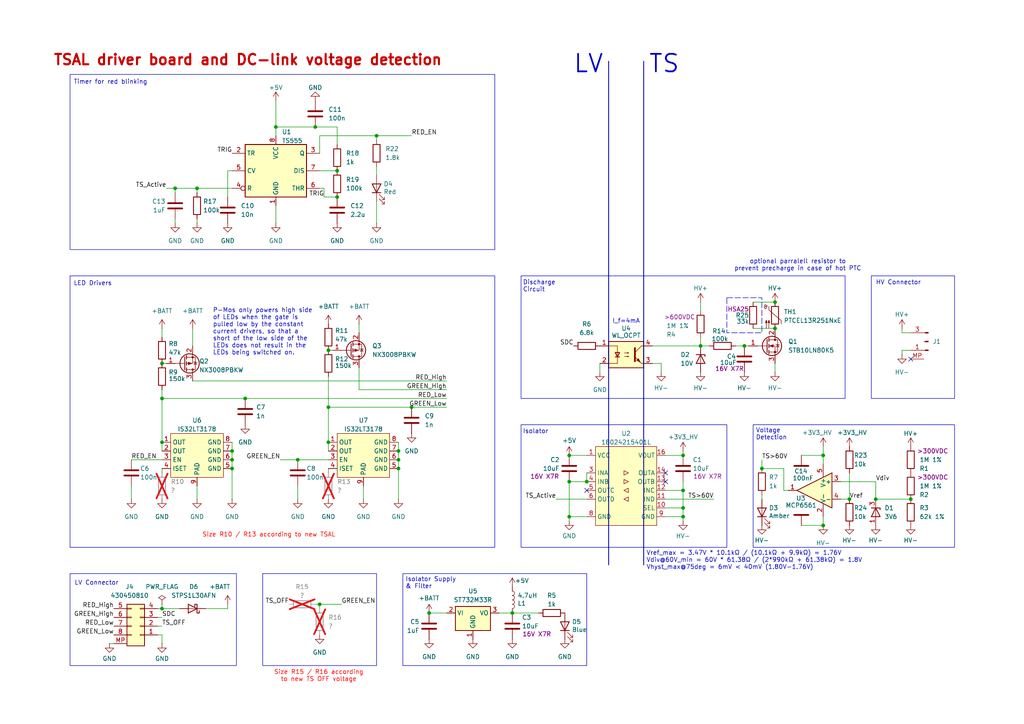
<source format=kicad_sch>
(kicad_sch
	(version 20231120)
	(generator "eeschema")
	(generator_version "8.0")
	(uuid "9debd449-8605-4af8-8da9-c3a8b6bcfdf0")
	(paper "A4")
	
	(junction
		(at 203.2 100.33)
		(diameter 0)
		(color 0 0 0 0)
		(uuid "026eb91c-0463-4bf3-8429-bb33d90c4ba8")
	)
	(junction
		(at 46.99 105.41)
		(diameter 0)
		(color 0 0 0 0)
		(uuid "0684212b-6cd4-4a56-a1fc-cf0157ab846c")
	)
	(junction
		(at 67.31 133.35)
		(diameter 0)
		(color 0 0 0 0)
		(uuid "0b8e9d0e-2844-47b1-a292-a66c081a0afc")
	)
	(junction
		(at 46.99 176.53)
		(diameter 0)
		(color 0 0 0 0)
		(uuid "0d0ae59d-5335-41ed-b9a4-f743ae90e047")
	)
	(junction
		(at 71.12 115.57)
		(diameter 0)
		(color 0 0 0 0)
		(uuid "1174483f-d433-4b40-8af7-67fab2563a72")
	)
	(junction
		(at 80.01 36.83)
		(diameter 0)
		(color 0 0 0 0)
		(uuid "23cf559d-4a68-4f8c-9117-c7ed08cb84fe")
	)
	(junction
		(at 119.38 118.11)
		(diameter 0)
		(color 0 0 0 0)
		(uuid "2897bc79-f091-42d0-8506-a30f02fe2d12")
	)
	(junction
		(at 264.16 144.78)
		(diameter 0)
		(color 0 0 0 0)
		(uuid "382b71dd-5c52-4a1d-b4d2-5189fa6e82d3")
	)
	(junction
		(at 46.99 115.57)
		(diameter 0)
		(color 0 0 0 0)
		(uuid "39822b08-98bc-4493-8fd3-202a068f2a19")
	)
	(junction
		(at 109.22 39.37)
		(diameter 0)
		(color 0 0 0 0)
		(uuid "4305f45e-f1a4-4c60-86d0-ead3bf8575e6")
	)
	(junction
		(at 57.15 54.61)
		(diameter 0)
		(color 0 0 0 0)
		(uuid "443a87a0-ff81-4a2c-8d16-2b84b9d88395")
	)
	(junction
		(at 238.76 132.08)
		(diameter 0)
		(color 0 0 0 0)
		(uuid "4cda064a-c57a-4a45-ad9f-6a73bd1cda61")
	)
	(junction
		(at 124.46 177.8)
		(diameter 0)
		(color 0 0 0 0)
		(uuid "4e74a0ca-58df-4fca-b6c6-03c94fbc4213")
	)
	(junction
		(at 220.98 135.89)
		(diameter 0)
		(color 0 0 0 0)
		(uuid "4f586983-1835-4156-89d0-0d64c9781236")
	)
	(junction
		(at 198.12 149.86)
		(diameter 0)
		(color 0 0 0 0)
		(uuid "59902c70-bc3d-4957-a451-1c4c5230d274")
	)
	(junction
		(at 254 144.78)
		(diameter 0)
		(color 0 0 0 0)
		(uuid "657e5819-922b-4878-b7e8-86a3439b8959")
	)
	(junction
		(at 91.44 36.83)
		(diameter 0)
		(color 0 0 0 0)
		(uuid "72c533a0-f633-4f66-bdad-5d4f01f42b33")
	)
	(junction
		(at 198.12 142.24)
		(diameter 0)
		(color 0 0 0 0)
		(uuid "77327ac1-9df2-4a76-ab33-5eabc54b8bdf")
	)
	(junction
		(at 165.1 132.08)
		(diameter 0)
		(color 0 0 0 0)
		(uuid "7abc57d9-8671-4a8c-9b33-3f4d2cffd114")
	)
	(junction
		(at 95.25 128.27)
		(diameter 0)
		(color 0 0 0 0)
		(uuid "8320d1e9-b83e-494a-a1de-ff47d179a262")
	)
	(junction
		(at 115.57 135.89)
		(diameter 0)
		(color 0 0 0 0)
		(uuid "8f38404e-f801-46df-ac64-423d9bc13f39")
	)
	(junction
		(at 67.31 135.89)
		(diameter 0)
		(color 0 0 0 0)
		(uuid "92681660-35f1-4a8a-9f79-1241ab1d160b")
	)
	(junction
		(at 224.79 87.63)
		(diameter 0)
		(color 0 0 0 0)
		(uuid "93175b98-c526-4022-97dd-8f1d7e8ef194")
	)
	(junction
		(at 50.8 54.61)
		(diameter 0)
		(color 0 0 0 0)
		(uuid "93b9162b-86dc-4b9a-bde8-9f1ad8f8fa5e")
	)
	(junction
		(at 92.71 175.26)
		(diameter 0)
		(color 0 0 0 0)
		(uuid "985f8b32-62df-477e-b306-8c5a380159f8")
	)
	(junction
		(at 86.36 133.35)
		(diameter 0)
		(color 0 0 0 0)
		(uuid "9b6ebfac-2946-4494-bc7c-274e0e6bb7a2")
	)
	(junction
		(at 165.1 139.7)
		(diameter 0)
		(color 0 0 0 0)
		(uuid "9dd5d57c-1053-42aa-b3aa-83c966314b07")
	)
	(junction
		(at 198.12 132.08)
		(diameter 0)
		(color 0 0 0 0)
		(uuid "9e2cac65-7086-4064-822b-4c4f67c08068")
	)
	(junction
		(at 246.38 144.78)
		(diameter 0)
		(color 0 0 0 0)
		(uuid "a32d6c63-9cba-46f7-9d81-d37457a84b1d")
	)
	(junction
		(at 224.79 95.25)
		(diameter 0)
		(color 0 0 0 0)
		(uuid "a3b925ad-fa35-48cd-b03c-ff5f061fa7d9")
	)
	(junction
		(at 46.99 128.27)
		(diameter 0)
		(color 0 0 0 0)
		(uuid "a79006a8-0c30-4d13-8fec-52df3743d4bb")
	)
	(junction
		(at 97.79 49.53)
		(diameter 0)
		(color 0 0 0 0)
		(uuid "aa60be46-fb65-447d-b063-aa27086b5fed")
	)
	(junction
		(at 97.79 57.15)
		(diameter 0)
		(color 0 0 0 0)
		(uuid "b156aa98-9bd1-4637-b720-e1f080bcba89")
	)
	(junction
		(at 215.9 100.33)
		(diameter 0)
		(color 0 0 0 0)
		(uuid "b72b0169-a409-42bc-b338-87cd9bb90bb3")
	)
	(junction
		(at 115.57 130.81)
		(diameter 0)
		(color 0 0 0 0)
		(uuid "b90de574-f3cb-42f9-84cf-f72e65de7c8d")
	)
	(junction
		(at 148.59 177.8)
		(diameter 0)
		(color 0 0 0 0)
		(uuid "c0c92021-f951-4e8b-89f0-18795e51dd4e")
	)
	(junction
		(at 165.1 149.86)
		(diameter 0)
		(color 0 0 0 0)
		(uuid "c609c50b-2fda-418f-840d-6b46602b8051")
	)
	(junction
		(at 95.25 118.11)
		(diameter 0)
		(color 0 0 0 0)
		(uuid "d12b8e07-d9e1-4ce7-b4d3-2e0e3ab9167e")
	)
	(junction
		(at 198.12 147.32)
		(diameter 0)
		(color 0 0 0 0)
		(uuid "e4aeeb52-9e38-4a9e-9df2-b70ffdd725a1")
	)
	(junction
		(at 238.76 152.4)
		(diameter 0)
		(color 0 0 0 0)
		(uuid "e63968a4-ed18-4950-8f88-de54603c0dc7")
	)
	(junction
		(at 95.25 101.6)
		(diameter 0)
		(color 0 0 0 0)
		(uuid "f45a437a-f547-45ff-8871-b94936094082")
	)
	(junction
		(at 170.18 139.7)
		(diameter 0)
		(color 0 0 0 0)
		(uuid "f7ca4080-03f2-41e8-ae9b-cf758b11a7b2")
	)
	(junction
		(at 115.57 133.35)
		(diameter 0)
		(color 0 0 0 0)
		(uuid "f83f125f-5534-467d-b8c5-98ea87f028a7")
	)
	(junction
		(at 67.31 130.81)
		(diameter 0)
		(color 0 0 0 0)
		(uuid "fa0e6825-f75e-4603-842f-c8d8eb841e57")
	)
	(no_connect
		(at 193.04 139.7)
		(uuid "8d4a1ff3-a7e8-43e7-b7a4-bca41d382e7f")
	)
	(no_connect
		(at 170.18 142.24)
		(uuid "a912002f-e658-401e-963d-bcfa5bc8b9f1")
	)
	(no_connect
		(at 264.16 104.14)
		(uuid "b1318072-d309-4b86-b8b1-5be0bd26c97a")
	)
	(no_connect
		(at 193.04 137.16)
		(uuid "c5b2c002-63e8-49a8-bb04-b4b4c97ccb07")
	)
	(wire
		(pts
			(xy 109.22 50.8) (xy 109.22 48.26)
		)
		(stroke
			(width 0)
			(type default)
		)
		(uuid "08cc3faa-8e13-4765-a5d4-7767a9ecf483")
	)
	(wire
		(pts
			(xy 95.25 109.22) (xy 95.25 118.11)
		)
		(stroke
			(width 0)
			(type default)
		)
		(uuid "0e5fa01f-888b-4da0-8051-abb505d0d6f1")
	)
	(wire
		(pts
			(xy 59.69 176.53) (xy 66.04 176.53)
		)
		(stroke
			(width 0)
			(type default)
		)
		(uuid "137f574a-093f-43fd-a924-77d10ba729a2")
	)
	(wire
		(pts
			(xy 80.01 29.21) (xy 80.01 36.83)
		)
		(stroke
			(width 0)
			(type default)
		)
		(uuid "14746dbc-b585-42b3-9b2a-d8198cd94899")
	)
	(wire
		(pts
			(xy 198.12 139.7) (xy 198.12 142.24)
		)
		(stroke
			(width 0)
			(type default)
		)
		(uuid "16e17406-0e85-413b-8013-a3deb6fec630")
	)
	(wire
		(pts
			(xy 67.31 128.27) (xy 67.31 130.81)
		)
		(stroke
			(width 0)
			(type default)
		)
		(uuid "177216d3-aa67-4b09-93e4-982ba0afb4d1")
	)
	(wire
		(pts
			(xy 57.15 64.77) (xy 57.15 63.5)
		)
		(stroke
			(width 0)
			(type default)
		)
		(uuid "17f0aba9-ed7e-4491-ad5b-0fc356e93e90")
	)
	(wire
		(pts
			(xy 91.44 36.83) (xy 97.79 36.83)
		)
		(stroke
			(width 0)
			(type default)
		)
		(uuid "19aa88ca-2a44-4ac0-b740-e0e9f7a458e7")
	)
	(wire
		(pts
			(xy 86.36 140.97) (xy 86.36 144.78)
		)
		(stroke
			(width 0)
			(type default)
		)
		(uuid "1fda1f05-694c-4e90-819e-8a629dae2ed5")
	)
	(wire
		(pts
			(xy 198.12 132.08) (xy 198.12 130.81)
		)
		(stroke
			(width 0)
			(type default)
		)
		(uuid "229d8bd6-fbd2-4f9b-8fcd-c9c9af1b9d6a")
	)
	(wire
		(pts
			(xy 92.71 39.37) (xy 92.71 44.45)
		)
		(stroke
			(width 0)
			(type default)
		)
		(uuid "281f7ef5-6196-4c4d-8a6f-a09da9564a67")
	)
	(wire
		(pts
			(xy 80.01 36.83) (xy 80.01 39.37)
		)
		(stroke
			(width 0)
			(type default)
		)
		(uuid "2a306894-5303-4385-b9ae-fdb5850377b0")
	)
	(wire
		(pts
			(xy 92.71 175.26) (xy 99.06 175.26)
		)
		(stroke
			(width 0)
			(type default)
		)
		(uuid "2aebcb75-7a2e-4b21-a27a-5316a1ec930d")
	)
	(wire
		(pts
			(xy 104.14 106.68) (xy 104.14 113.03)
		)
		(stroke
			(width 0)
			(type default)
		)
		(uuid "2b5de279-e99c-46c0-99fd-0c659ebc8ed7")
	)
	(wire
		(pts
			(xy 93.98 54.61) (xy 92.71 54.61)
		)
		(stroke
			(width 0)
			(type default)
		)
		(uuid "2c61c43a-f690-4c26-8cd4-a323021cd220")
	)
	(wire
		(pts
			(xy 46.99 179.07) (xy 45.72 179.07)
		)
		(stroke
			(width 0)
			(type default)
		)
		(uuid "2eca4e06-2093-4d02-a8cd-4b2680d09d37")
	)
	(wire
		(pts
			(xy 104.14 113.03) (xy 129.54 113.03)
		)
		(stroke
			(width 0)
			(type default)
		)
		(uuid "2f155a4b-0a96-4264-8223-66d34f156009")
	)
	(wire
		(pts
			(xy 46.99 135.89) (xy 46.99 137.16)
		)
		(stroke
			(width 0)
			(type default)
		)
		(uuid "3095f70c-fbe4-4463-b6aa-958043cd01f8")
	)
	(wire
		(pts
			(xy 148.59 177.8) (xy 156.21 177.8)
		)
		(stroke
			(width 0)
			(type default)
		)
		(uuid "30af1a62-562f-425a-8b10-46fbf83fdfef")
	)
	(wire
		(pts
			(xy 165.1 149.86) (xy 170.18 149.86)
		)
		(stroke
			(width 0)
			(type default)
		)
		(uuid "34071f44-e945-4188-9f0e-b28c8100bcc6")
	)
	(wire
		(pts
			(xy 86.36 133.35) (xy 95.25 133.35)
		)
		(stroke
			(width 0)
			(type default)
		)
		(uuid "3b016e8a-4566-4e17-8c59-651ec595fb40")
	)
	(wire
		(pts
			(xy 57.15 140.97) (xy 57.15 144.78)
		)
		(stroke
			(width 0)
			(type default)
		)
		(uuid "3e26c73b-bc6c-4c5e-8226-fa4e1c12feba")
	)
	(wire
		(pts
			(xy 66.04 176.53) (xy 66.04 175.26)
		)
		(stroke
			(width 0)
			(type default)
		)
		(uuid "3f359a46-9f55-4340-80b6-b48f3763946b")
	)
	(wire
		(pts
			(xy 238.76 129.54) (xy 238.76 132.08)
		)
		(stroke
			(width 0)
			(type default)
		)
		(uuid "3ff5ec8a-c24a-4f0a-ba51-ddef81d05084")
	)
	(wire
		(pts
			(xy 193.04 132.08) (xy 198.12 132.08)
		)
		(stroke
			(width 0)
			(type default)
		)
		(uuid "4123c7c1-832a-47b2-95d5-8836ac8a8692")
	)
	(wire
		(pts
			(xy 227.33 135.89) (xy 227.33 142.24)
		)
		(stroke
			(width 0)
			(type default)
		)
		(uuid "41e7cf06-a711-455b-b091-f14c3e1001ab")
	)
	(wire
		(pts
			(xy 261.62 101.6) (xy 261.62 102.87)
		)
		(stroke
			(width 0)
			(type default)
		)
		(uuid "42efea56-adb7-477c-b8ad-4c425decf850")
	)
	(wire
		(pts
			(xy 161.29 144.78) (xy 170.18 144.78)
		)
		(stroke
			(width 0)
			(type default)
		)
		(uuid "4a01bf21-de9e-4c3c-8873-9d1870a780ee")
	)
	(wire
		(pts
			(xy 198.12 151.13) (xy 198.12 149.86)
		)
		(stroke
			(width 0)
			(type default)
		)
		(uuid "4dfd2e6c-39e9-4e9a-b27a-7ddd594af91f")
	)
	(wire
		(pts
			(xy 109.22 39.37) (xy 119.38 39.37)
		)
		(stroke
			(width 0)
			(type default)
		)
		(uuid "4e7bbd84-902d-434f-b713-00abfad86234")
	)
	(wire
		(pts
			(xy 264.16 101.6) (xy 261.62 101.6)
		)
		(stroke
			(width 0)
			(type default)
		)
		(uuid "516561c0-65eb-4cc8-b3dd-564575badfdf")
	)
	(wire
		(pts
			(xy 124.46 177.8) (xy 129.54 177.8)
		)
		(stroke
			(width 0)
			(type default)
		)
		(uuid "51949801-c3a8-4bd0-aaa9-7729a3309c6c")
	)
	(wire
		(pts
			(xy 95.25 135.89) (xy 95.25 137.16)
		)
		(stroke
			(width 0)
			(type default)
		)
		(uuid "5797287a-0b8e-462b-9d40-1ff99e74a4d4")
	)
	(wire
		(pts
			(xy 55.88 110.49) (xy 129.54 110.49)
		)
		(stroke
			(width 0)
			(type default)
		)
		(uuid "5b1e6499-213f-4fe5-bdd5-8d401430d309")
	)
	(wire
		(pts
			(xy 227.33 142.24) (xy 228.6 142.24)
		)
		(stroke
			(width 0)
			(type default)
		)
		(uuid "5b89e798-1eb4-40db-9684-eccf21e75fe6")
	)
	(wire
		(pts
			(xy 50.8 54.61) (xy 50.8 55.88)
		)
		(stroke
			(width 0)
			(type default)
		)
		(uuid "5c0b9e16-ef71-42f7-8cd1-4204c4ce4c4b")
	)
	(wire
		(pts
			(xy 80.01 59.69) (xy 80.01 64.77)
		)
		(stroke
			(width 0)
			(type default)
		)
		(uuid "5ceacfff-675a-4505-af03-7252b7df055c")
	)
	(wire
		(pts
			(xy 46.99 176.53) (xy 46.99 175.26)
		)
		(stroke
			(width 0)
			(type default)
		)
		(uuid "5da8f322-81db-4457-815f-573a7cfc4736")
	)
	(wire
		(pts
			(xy 238.76 132.08) (xy 238.76 134.62)
		)
		(stroke
			(width 0)
			(type default)
		)
		(uuid "5eba613d-3f28-4f67-984d-15be61e6aa23")
	)
	(wire
		(pts
			(xy 93.98 54.61) (xy 93.98 57.15)
		)
		(stroke
			(width 0)
			(type default)
		)
		(uuid "60b1a118-c444-45c8-b2aa-3f722f52d325")
	)
	(wire
		(pts
			(xy 46.99 105.41) (xy 48.26 105.41)
		)
		(stroke
			(width 0)
			(type default)
		)
		(uuid "610f16f0-3a40-4796-8875-5cb39a6c613d")
	)
	(wire
		(pts
			(xy 218.44 87.63) (xy 224.79 87.63)
		)
		(stroke
			(width 0)
			(type default)
		)
		(uuid "61df12f7-eea4-4bee-b0ee-ba6e638bd219")
	)
	(wire
		(pts
			(xy 193.04 144.78) (xy 207.01 144.78)
		)
		(stroke
			(width 0)
			(type default)
		)
		(uuid "63ec55bc-94ab-49d7-b638-9048a08d6bc6")
	)
	(wire
		(pts
			(xy 220.98 143.51) (xy 220.98 144.78)
		)
		(stroke
			(width 0)
			(type default)
		)
		(uuid "64659341-fa1a-4c37-87d4-26c477530b61")
	)
	(wire
		(pts
			(xy 246.38 144.78) (xy 243.84 144.78)
		)
		(stroke
			(width 0)
			(type default)
		)
		(uuid "65c6d023-27ad-4fe3-8c23-dd87be36385a")
	)
	(wire
		(pts
			(xy 46.99 176.53) (xy 45.72 176.53)
		)
		(stroke
			(width 0)
			(type default)
		)
		(uuid "674e15e9-b1fa-4f55-8646-913c7c438973")
	)
	(wire
		(pts
			(xy 203.2 87.63) (xy 203.2 90.17)
		)
		(stroke
			(width 0)
			(type default)
		)
		(uuid "69c23500-65df-4f5b-9dc6-65450a94e814")
	)
	(wire
		(pts
			(xy 193.04 149.86) (xy 198.12 149.86)
		)
		(stroke
			(width 0)
			(type default)
		)
		(uuid "6ec11311-5915-4596-9ae0-0d27c4a8047b")
	)
	(wire
		(pts
			(xy 67.31 135.89) (xy 67.31 144.78)
		)
		(stroke
			(width 0)
			(type default)
		)
		(uuid "716bcd72-d402-4f0a-ba82-e1a6a3225263")
	)
	(wire
		(pts
			(xy 198.12 149.86) (xy 198.12 147.32)
		)
		(stroke
			(width 0)
			(type default)
		)
		(uuid "74239838-dc30-40f2-9177-ba3ec68566de")
	)
	(wire
		(pts
			(xy 109.22 40.64) (xy 109.22 39.37)
		)
		(stroke
			(width 0)
			(type default)
		)
		(uuid "74744c2d-6f74-4a63-8265-15e7bcdadc8d")
	)
	(wire
		(pts
			(xy 224.79 107.95) (xy 224.79 105.41)
		)
		(stroke
			(width 0)
			(type default)
		)
		(uuid "763ca273-69bc-4ea7-b7f2-385d2de19e1f")
	)
	(wire
		(pts
			(xy 189.23 100.33) (xy 203.2 100.33)
		)
		(stroke
			(width 0)
			(type default)
		)
		(uuid "76d112dc-c4d8-4560-bf67-25425a15e51b")
	)
	(wire
		(pts
			(xy 203.2 100.33) (xy 205.74 100.33)
		)
		(stroke
			(width 0)
			(type default)
		)
		(uuid "76f2e9cb-0bc1-494a-b44a-d0a45c4841b7")
	)
	(wire
		(pts
			(xy 193.04 142.24) (xy 198.12 142.24)
		)
		(stroke
			(width 0)
			(type default)
		)
		(uuid "7941d173-e121-46a4-ab88-f7610a7a3b19")
	)
	(wire
		(pts
			(xy 46.99 128.27) (xy 46.99 115.57)
		)
		(stroke
			(width 0)
			(type default)
		)
		(uuid "79fdeea7-a811-4679-bf8d-41883ace9c46")
	)
	(wire
		(pts
			(xy 109.22 39.37) (xy 92.71 39.37)
		)
		(stroke
			(width 0)
			(type default)
		)
		(uuid "7a80359c-8dde-4ad4-94ec-643d915dc2cc")
	)
	(wire
		(pts
			(xy 67.31 49.53) (xy 66.04 49.53)
		)
		(stroke
			(width 0)
			(type default)
		)
		(uuid "7e68fbcf-daa3-429c-b7b5-7af4edb806c4")
	)
	(wire
		(pts
			(xy 50.8 63.5) (xy 50.8 64.77)
		)
		(stroke
			(width 0)
			(type default)
		)
		(uuid "7fffe215-f32a-46bc-bcb7-db0d487c7091")
	)
	(wire
		(pts
			(xy 38.1 140.97) (xy 38.1 144.78)
		)
		(stroke
			(width 0)
			(type default)
		)
		(uuid "83adce8b-f9e0-4f83-a31f-84a555389e21")
	)
	(wire
		(pts
			(xy 232.41 152.4) (xy 238.76 152.4)
		)
		(stroke
			(width 0)
			(type default)
		)
		(uuid "84284e2b-fa8f-4c13-96eb-25cccc055d52")
	)
	(wire
		(pts
			(xy 191.77 107.95) (xy 191.77 105.41)
		)
		(stroke
			(width 0)
			(type default)
		)
		(uuid "85c6a4a9-2a58-45e1-b2e8-8ed6800b4311")
	)
	(wire
		(pts
			(xy 215.9 100.33) (xy 217.17 100.33)
		)
		(stroke
			(width 0)
			(type default)
		)
		(uuid "86f397cb-8487-4b2c-9bc3-10fba66a8d29")
	)
	(wire
		(pts
			(xy 203.2 97.79) (xy 203.2 100.33)
		)
		(stroke
			(width 0)
			(type default)
		)
		(uuid "87b6faf2-4214-4f30-9c03-bfc24ca489b6")
	)
	(wire
		(pts
			(xy 95.25 101.6) (xy 96.52 101.6)
		)
		(stroke
			(width 0)
			(type default)
		)
		(uuid "8a735b3d-34cb-4e5c-8bce-312df18d31a8")
	)
	(wire
		(pts
			(xy 97.79 41.91) (xy 97.79 36.83)
		)
		(stroke
			(width 0)
			(type default)
		)
		(uuid "8cf03936-ed06-4b6b-80e2-98b30aa54768")
	)
	(wire
		(pts
			(xy 67.31 130.81) (xy 67.31 133.35)
		)
		(stroke
			(width 0)
			(type default)
		)
		(uuid "8d318f9a-533d-482a-b1e3-7b8844030ad0")
	)
	(wire
		(pts
			(xy 92.71 49.53) (xy 97.79 49.53)
		)
		(stroke
			(width 0)
			(type default)
		)
		(uuid "91c32884-100c-438c-bf5d-58556ec9eb2c")
	)
	(polyline
		(pts
			(xy 176.53 17.78) (xy 176.53 163.83)
		)
		(stroke
			(width 0.254)
			(type default)
			(color 0 0 162 0.3137254902)
		)
		(uuid "93446e12-8872-4999-aa10-3d8244057946")
	)
	(wire
		(pts
			(xy 213.36 100.33) (xy 215.9 100.33)
		)
		(stroke
			(width 0)
			(type default)
		)
		(uuid "94d31da6-e66c-42e5-9bdd-7ed5471c24e9")
	)
	(wire
		(pts
			(xy 261.62 96.52) (xy 264.16 96.52)
		)
		(stroke
			(width 0)
			(type default)
		)
		(uuid "977ff348-f8b0-4f0b-8456-2e5206d8564f")
	)
	(wire
		(pts
			(xy 232.41 132.08) (xy 238.76 132.08)
		)
		(stroke
			(width 0)
			(type default)
		)
		(uuid "98c62ab7-c00e-4254-88ad-53db49c9628f")
	)
	(wire
		(pts
			(xy 104.14 93.98) (xy 104.14 96.52)
		)
		(stroke
			(width 0)
			(type default)
		)
		(uuid "9a4e7cca-5130-47c9-b3bc-13c11a9a2105")
	)
	(wire
		(pts
			(xy 46.99 184.15) (xy 45.72 184.15)
		)
		(stroke
			(width 0)
			(type default)
		)
		(uuid "9cbb5b4b-2d7b-4f1c-9c45-2b520b1717ef")
	)
	(wire
		(pts
			(xy 193.04 147.32) (xy 198.12 147.32)
		)
		(stroke
			(width 0)
			(type default)
		)
		(uuid "9cd099f2-df6e-47fb-96eb-5c8cec3538ce")
	)
	(wire
		(pts
			(xy 189.23 105.41) (xy 191.77 105.41)
		)
		(stroke
			(width 0)
			(type default)
		)
		(uuid "9cf0f3a8-6b74-4479-b75a-0b8d6ae0f62d")
	)
	(wire
		(pts
			(xy 261.62 96.52) (xy 261.62 95.25)
		)
		(stroke
			(width 0)
			(type default)
		)
		(uuid "9fd93f4e-9c1f-42a1-a38f-3dcc276cb349")
	)
	(wire
		(pts
			(xy 80.01 36.83) (xy 91.44 36.83)
		)
		(stroke
			(width 0)
			(type default)
		)
		(uuid "a0d2bfb7-68dc-42be-b022-2ecc8de61027")
	)
	(wire
		(pts
			(xy 105.41 140.97) (xy 105.41 144.78)
		)
		(stroke
			(width 0)
			(type default)
		)
		(uuid "a1a3ff77-2de9-4e69-9e13-e67afd22e7d9")
	)
	(wire
		(pts
			(xy 48.26 54.61) (xy 50.8 54.61)
		)
		(stroke
			(width 0)
			(type default)
		)
		(uuid "a1db2584-95d3-4bf7-9adb-abc94678c63a")
	)
	(wire
		(pts
			(xy 95.25 128.27) (xy 95.25 130.81)
		)
		(stroke
			(width 0)
			(type default)
		)
		(uuid "a71b51c6-9dae-4fa6-8f22-d8964efee844")
	)
	(wire
		(pts
			(xy 119.38 118.11) (xy 129.54 118.11)
		)
		(stroke
			(width 0)
			(type default)
		)
		(uuid "a98109a1-8b03-49ba-ae6e-77bce6ff401a")
	)
	(wire
		(pts
			(xy 238.76 152.4) (xy 238.76 149.86)
		)
		(stroke
			(width 0)
			(type default)
		)
		(uuid "ae4820f6-b872-4c6d-af0c-45ea5cc5b7bc")
	)
	(wire
		(pts
			(xy 144.78 177.8) (xy 148.59 177.8)
		)
		(stroke
			(width 0)
			(type default)
		)
		(uuid "aece7f3e-8357-4bbb-aca4-2c2c7705c932")
	)
	(wire
		(pts
			(xy 46.99 115.57) (xy 71.12 115.57)
		)
		(stroke
			(width 0)
			(type default)
		)
		(uuid "b25449d1-cef0-4f6c-a7ca-2f7b8ae67bd5")
	)
	(wire
		(pts
			(xy 254 144.78) (xy 254 139.7)
		)
		(stroke
			(width 0)
			(type default)
		)
		(uuid "b4edd754-ff1b-4c8d-a27b-8a07a2ed05f1")
	)
	(wire
		(pts
			(xy 46.99 113.03) (xy 46.99 115.57)
		)
		(stroke
			(width 0)
			(type default)
		)
		(uuid "b5dd2cae-db7f-46b6-bc64-fdafa3ab2830")
	)
	(wire
		(pts
			(xy 46.99 176.53) (xy 52.07 176.53)
		)
		(stroke
			(width 0)
			(type default)
		)
		(uuid "b6f96d5d-b8a9-47db-b129-b1aaae922abc")
	)
	(wire
		(pts
			(xy 81.28 133.35) (xy 86.36 133.35)
		)
		(stroke
			(width 0)
			(type default)
		)
		(uuid "ba595097-ef72-4be0-a81b-3f69ac6dc061")
	)
	(wire
		(pts
			(xy 220.98 133.35) (xy 220.98 135.89)
		)
		(stroke
			(width 0)
			(type default)
		)
		(uuid "bb6050b7-e300-478c-a700-f7e13a77b558")
	)
	(wire
		(pts
			(xy 218.44 95.25) (xy 224.79 95.25)
		)
		(stroke
			(width 0)
			(type default)
		)
		(uuid "c0da4088-b8dd-4120-bb51-0998c4f90fa0")
	)
	(wire
		(pts
			(xy 71.12 115.57) (xy 129.54 115.57)
		)
		(stroke
			(width 0)
			(type default)
		)
		(uuid "c3517ed0-5916-4e21-bfeb-6768f868fd3f")
	)
	(wire
		(pts
			(xy 165.1 139.7) (xy 170.18 139.7)
		)
		(stroke
			(width 0)
			(type default)
		)
		(uuid "c4162fec-d33d-48bf-81da-987a88c74724")
	)
	(polyline
		(pts
			(xy 186.69 17.78) (xy 186.69 163.83)
		)
		(stroke
			(width 0.254)
			(type default)
			(color 0 0 162 0.3137254902)
		)
		(uuid "c6016b43-33f4-4b64-99c9-baac37034c3b")
	)
	(wire
		(pts
			(xy 198.12 147.32) (xy 198.12 142.24)
		)
		(stroke
			(width 0)
			(type default)
		)
		(uuid "c8151381-acb0-4fc9-903e-fa8035e4a6ab")
	)
	(wire
		(pts
			(xy 165.1 139.7) (xy 165.1 149.86)
		)
		(stroke
			(width 0)
			(type default)
		)
		(uuid "c88a330b-c512-438e-a36f-9209419b6f19")
	)
	(wire
		(pts
			(xy 55.88 95.25) (xy 55.88 100.33)
		)
		(stroke
			(width 0)
			(type default)
		)
		(uuid "c97440a5-529a-4b00-9c8a-7e22678aa27a")
	)
	(wire
		(pts
			(xy 115.57 130.81) (xy 115.57 133.35)
		)
		(stroke
			(width 0)
			(type default)
		)
		(uuid "cab3c9f3-25e5-4086-b30e-c402143fc906")
	)
	(wire
		(pts
			(xy 109.22 58.42) (xy 109.22 64.77)
		)
		(stroke
			(width 0)
			(type default)
		)
		(uuid "cb7c0127-51e0-4d29-81ba-23f0dddee6b3")
	)
	(wire
		(pts
			(xy 46.99 186.69) (xy 46.99 184.15)
		)
		(stroke
			(width 0)
			(type default)
		)
		(uuid "cd51db21-7a69-40ab-8813-6cff9f81b1df")
	)
	(wire
		(pts
			(xy 173.99 107.95) (xy 173.99 105.41)
		)
		(stroke
			(width 0)
			(type default)
		)
		(uuid "d1ab1a52-61a5-421f-867c-d622c823f65e")
	)
	(wire
		(pts
			(xy 57.15 55.88) (xy 57.15 54.61)
		)
		(stroke
			(width 0)
			(type default)
		)
		(uuid "d3e62aeb-0c84-4d0f-a878-f1638a4385b7")
	)
	(wire
		(pts
			(xy 170.18 137.16) (xy 170.18 139.7)
		)
		(stroke
			(width 0)
			(type default)
		)
		(uuid "dbaca429-ce07-428b-b53f-fc8239c6133a")
	)
	(wire
		(pts
			(xy 95.25 118.11) (xy 95.25 128.27)
		)
		(stroke
			(width 0)
			(type default)
		)
		(uuid "de1c3265-5b8c-4f3a-9f10-6be17180df1a")
	)
	(wire
		(pts
			(xy 57.15 54.61) (xy 67.31 54.61)
		)
		(stroke
			(width 0)
			(type default)
		)
		(uuid "e0ab9f23-9ff3-49be-8a3b-93b94101a522")
	)
	(wire
		(pts
			(xy 46.99 181.61) (xy 45.72 181.61)
		)
		(stroke
			(width 0)
			(type default)
		)
		(uuid "e2f1c083-ce12-4788-b39b-5f2409e9f916")
	)
	(wire
		(pts
			(xy 92.71 176.53) (xy 92.71 175.26)
		)
		(stroke
			(width 0)
			(type default)
		)
		(uuid "e30f0bf8-4660-40da-bc2f-5ae20153ce53")
	)
	(wire
		(pts
			(xy 115.57 133.35) (xy 115.57 135.89)
		)
		(stroke
			(width 0)
			(type default)
		)
		(uuid "e3c12d6a-993a-471e-8393-e1d8f1af4c2d")
	)
	(wire
		(pts
			(xy 115.57 128.27) (xy 115.57 130.81)
		)
		(stroke
			(width 0)
			(type default)
		)
		(uuid "e4d90a6c-63a5-4ce7-9a61-f19bf3b47f7b")
	)
	(wire
		(pts
			(xy 91.44 175.26) (xy 92.71 175.26)
		)
		(stroke
			(width 0)
			(type default)
		)
		(uuid "e5bfb8d7-61db-4d62-ae2a-26383582b8e1")
	)
	(wire
		(pts
			(xy 95.25 118.11) (xy 119.38 118.11)
		)
		(stroke
			(width 0)
			(type default)
		)
		(uuid "e5ef6f88-448f-4db7-8b95-dc2f16814e62")
	)
	(wire
		(pts
			(xy 38.1 133.35) (xy 46.99 133.35)
		)
		(stroke
			(width 0)
			(type default)
		)
		(uuid "eab4768c-ba16-4ce4-b7ad-8fc9d6d87bc6")
	)
	(wire
		(pts
			(xy 170.18 132.08) (xy 165.1 132.08)
		)
		(stroke
			(width 0)
			(type default)
		)
		(uuid "ec35287f-a6ab-453d-b58b-4921db9571b4")
	)
	(wire
		(pts
			(xy 254 144.78) (xy 264.16 144.78)
		)
		(stroke
			(width 0)
			(type default)
		)
		(uuid "efc14bc2-ba36-41c9-bf78-2d56e175b0f0")
	)
	(wire
		(pts
			(xy 66.04 49.53) (xy 66.04 57.15)
		)
		(stroke
			(width 0)
			(type default)
		)
		(uuid "f03928b4-2ff8-4678-ae2e-b2da3fe13789")
	)
	(wire
		(pts
			(xy 254 139.7) (xy 243.84 139.7)
		)
		(stroke
			(width 0)
			(type default)
		)
		(uuid "f144acb6-984e-4e26-914f-127d98731133")
	)
	(wire
		(pts
			(xy 115.57 135.89) (xy 115.57 144.78)
		)
		(stroke
			(width 0)
			(type default)
		)
		(uuid "f171e986-8295-4f4e-be69-4ce0bea275d3")
	)
	(wire
		(pts
			(xy 93.98 57.15) (xy 97.79 57.15)
		)
		(stroke
			(width 0)
			(type default)
		)
		(uuid "f1891d3c-1225-42e4-b9bb-33fec4330211")
	)
	(wire
		(pts
			(xy 46.99 95.25) (xy 46.99 97.79)
		)
		(stroke
			(width 0)
			(type default)
		)
		(uuid "f29dfab2-f044-4de1-a893-1b6b2a1ee045")
	)
	(wire
		(pts
			(xy 46.99 128.27) (xy 46.99 130.81)
		)
		(stroke
			(width 0)
			(type default)
		)
		(uuid "f343a2b7-93be-4ab0-8d24-98768a5154ca")
	)
	(wire
		(pts
			(xy 50.8 54.61) (xy 57.15 54.61)
		)
		(stroke
			(width 0)
			(type default)
		)
		(uuid "f616a9a2-32a8-4be4-baea-a34449a37045")
	)
	(wire
		(pts
			(xy 220.98 135.89) (xy 227.33 135.89)
		)
		(stroke
			(width 0)
			(type default)
		)
		(uuid "f6299c65-6439-4c8d-92a3-fc04fce62441")
	)
	(wire
		(pts
			(xy 67.31 133.35) (xy 67.31 135.89)
		)
		(stroke
			(width 0)
			(type default)
		)
		(uuid "f634fedb-a619-4e10-8fb4-3746d93f0a0f")
	)
	(wire
		(pts
			(xy 31.75 186.69) (xy 33.02 186.69)
		)
		(stroke
			(width 0)
			(type default)
		)
		(uuid "f74d19bf-8e6a-4764-a21a-056b08da720f")
	)
	(wire
		(pts
			(xy 165.1 151.13) (xy 165.1 149.86)
		)
		(stroke
			(width 0)
			(type default)
		)
		(uuid "f7df42ec-4b3c-4802-9a7e-433b8dc41143")
	)
	(wire
		(pts
			(xy 246.38 137.16) (xy 246.38 144.78)
		)
		(stroke
			(width 0)
			(type default)
		)
		(uuid "fb66c788-6f32-4c76-abda-f90ebba1a09d")
	)
	(rectangle
		(start 218.44 123.19)
		(end 276.86 158.75)
		(stroke
			(width 0)
			(type default)
		)
		(fill
			(type none)
		)
		(uuid 01fed345-fb0e-4438-8683-f6edb25b6a91)
	)
	(rectangle
		(start 151.13 123.19)
		(end 210.82 158.75)
		(stroke
			(width 0)
			(type default)
		)
		(fill
			(type none)
		)
		(uuid 25e65339-0734-438b-8d87-a0ea641d99f1)
	)
	(rectangle
		(start 20.32 21.59)
		(end 143.51 72.39)
		(stroke
			(width 0)
			(type default)
		)
		(fill
			(type none)
		)
		(uuid 47e70481-caa6-40e6-bd1d-661c6a983805)
	)
	(rectangle
		(start 20.32 80.01)
		(end 143.51 158.75)
		(stroke
			(width 0)
			(type default)
		)
		(fill
			(type none)
		)
		(uuid 4ff4e1dd-d613-4552-b94a-4d8ecbb26631)
	)
	(rectangle
		(start 76.2 166.37)
		(end 109.22 193.04)
		(stroke
			(width 0)
			(type default)
		)
		(fill
			(type none)
		)
		(uuid 57f1f181-f5da-4c6f-b30f-00170b7564e4)
	)
	(rectangle
		(start 252.73 80.01)
		(end 276.86 115.57)
		(stroke
			(width 0)
			(type default)
		)
		(fill
			(type none)
		)
		(uuid 6193ed35-fabe-433c-8a2a-52dee59533be)
	)
	(rectangle
		(start 210.82 86.36)
		(end 220.98 96.52)
		(stroke
			(width 0)
			(type dash)
		)
		(fill
			(type none)
		)
		(uuid a5540966-6149-4be5-8821-7a2ee06f0cd8)
	)
	(rectangle
		(start 20.32 166.37)
		(end 68.58 193.04)
		(stroke
			(width 0)
			(type default)
		)
		(fill
			(type none)
		)
		(uuid c8bc12c9-d350-448e-8b54-fbd321147316)
	)
	(rectangle
		(start 151.13 80.01)
		(end 245.11 115.57)
		(stroke
			(width 0)
			(type default)
		)
		(fill
			(type none)
		)
		(uuid e5e54236-6014-403b-afd6-0a6cc5aa0c9e)
	)
	(rectangle
		(start 116.84 166.37)
		(end 170.18 193.04)
		(stroke
			(width 0)
			(type default)
		)
		(fill
			(type none)
		)
		(uuid ec740441-49dc-4fae-bd7e-e900482e3703)
	)
	(text "TS"
		(exclude_from_sim no)
		(at 187.96 21.59 0)
		(effects
			(font
				(size 5.08 5.08)
				(thickness 0.508)
				(bold yes)
			)
			(justify left bottom)
		)
		(uuid "021b61db-6296-40c2-b79b-5b093973b8bc")
	)
	(text "optional parralell resistor to\nprevent precharge in case of hot PTC"
		(exclude_from_sim no)
		(at 231.394 76.962 0)
		(effects
			(font
				(size 1.27 1.27)
			)
		)
		(uuid "068be38f-c9c2-417e-9213-4818c911c12a")
	)
	(text "Size R10 / R13 according to new TSAL"
		(exclude_from_sim no)
		(at 77.978 155.194 0)
		(effects
			(font
				(size 1.27 1.27)
				(color 255 0 0 1)
			)
		)
		(uuid "17305c1c-a27c-4317-8b80-4692e69a56c5")
	)
	(text "LED Drivers"
		(exclude_from_sim no)
		(at 21.336 82.296 0)
		(effects
			(font
				(size 1.27 1.27)
			)
			(justify left)
		)
		(uuid "3677f57d-b2b3-41d7-b406-aac319f88591")
	)
	(text "Voltage\nDetection\n"
		(exclude_from_sim no)
		(at 219.202 125.984 0)
		(effects
			(font
				(size 1.27 1.27)
			)
			(justify left)
		)
		(uuid "45ce58e6-3841-482c-a39f-c70a041c4c6b")
	)
	(text "LV Connector"
		(exclude_from_sim no)
		(at 21.59 169.164 0)
		(effects
			(font
				(size 1.27 1.27)
			)
			(justify left)
		)
		(uuid "5b97e0ec-2be3-4f34-a177-ec8eaa54b7b7")
	)
	(text "TSAL driver board and DC-link voltage detection"
		(exclude_from_sim no)
		(at 71.882 17.526 0)
		(effects
			(font
				(size 3 3)
				(thickness 0.6)
				(bold yes)
				(color 194 0 0 1)
			)
		)
		(uuid "6eafd69d-d45d-4a3f-8930-66db40ccef74")
	)
	(text "Discharge\nCircuit"
		(exclude_from_sim no)
		(at 151.638 83.058 0)
		(effects
			(font
				(size 1.27 1.27)
			)
			(justify left)
		)
		(uuid "70134144-881b-44af-a32c-094f2f38cb97")
	)
	(text "Timer for red blinking"
		(exclude_from_sim no)
		(at 21.336 23.876 0)
		(effects
			(font
				(size 1.27 1.27)
			)
			(justify left)
		)
		(uuid "7038987e-7341-4060-bae1-07f28aa7ce1d")
	)
	(text "Size R15 / R16 according\nto new TS OFF voltage"
		(exclude_from_sim no)
		(at 92.456 196.088 0)
		(effects
			(font
				(size 1.27 1.27)
				(color 255 0 0 1)
			)
		)
		(uuid "ad6542e0-b28c-4f75-a896-a1ec3d3bc1e0")
	)
	(text "HV Connector"
		(exclude_from_sim no)
		(at 254 82.042 0)
		(effects
			(font
				(size 1.27 1.27)
			)
			(justify left)
		)
		(uuid "b0e50c81-d78e-40f1-80e2-61474f294946")
	)
	(text "LV"
		(exclude_from_sim no)
		(at 175.26 21.59 0)
		(effects
			(font
				(size 5.08 5.08)
				(thickness 0.508)
				(bold yes)
			)
			(justify right bottom)
		)
		(uuid "bae6a436-f5e1-472d-a1d2-3e42c2d66f22")
	)
	(text "Isolator"
		(exclude_from_sim no)
		(at 151.638 125.222 0)
		(effects
			(font
				(size 1.27 1.27)
			)
			(justify left)
		)
		(uuid "df682997-c89a-4a5f-872a-73e5ee8f662a")
	)
	(text "Vref_max = 3.47V * 10.1kΩ / (10.1kΩ + 9.9kΩ) = 1.76V\nVdiv@60V_min = 60V * 61.38Ω / (2*990kΩ + 61.38kΩ) = 1.8V\nVhyst_max@75deg = 6mV < 40mV (1.80V-1.76V)"
		(exclude_from_sim no)
		(at 187.452 162.56 0)
		(effects
			(font
				(size 1.27 1.27)
			)
			(justify left)
		)
		(uuid "e589dcb2-387b-4764-962e-d312be997c64")
	)
	(text "I_f=4mA"
		(exclude_from_sim no)
		(at 181.61 93.218 0)
		(effects
			(font
				(size 1.27 1.27)
			)
		)
		(uuid "e648008f-f1a0-444b-8511-ce30c0093c72")
	)
	(text "Isolator Supply\n& Filter"
		(exclude_from_sim no)
		(at 117.602 169.164 0)
		(effects
			(font
				(size 1.27 1.27)
			)
			(justify left)
		)
		(uuid "f6e77845-6a9f-4a86-9629-3082379a248b")
	)
	(text "P-Mos only powers high side\nof LEDs when the gate is\npulled low by the constant\ncurrent drivers, so that a\nshort of the low side of the\nLEDs does not result in the\nLEDs being switched on."
		(exclude_from_sim no)
		(at 61.722 103.124 0)
		(effects
			(font
				(size 1.27 1.27)
			)
			(justify left bottom)
		)
		(uuid "fdb9635e-5877-4879-b985-cfb6f1947ca8")
	)
	(label "GREEN_EN"
		(at 81.28 133.35 180)
		(fields_autoplaced yes)
		(effects
			(font
				(size 1.27 1.27)
			)
			(justify right bottom)
		)
		(uuid "238fcfe9-1b36-4569-a39c-f6a8fc2188d7")
	)
	(label "Vdiv"
		(at 254 139.7 0)
		(fields_autoplaced yes)
		(effects
			(font
				(size 1.27 1.27)
			)
			(justify left bottom)
		)
		(uuid "373766a1-9a77-46a3-9aea-be92ea9903d0")
	)
	(label "TS_OFF"
		(at 46.99 181.61 0)
		(fields_autoplaced yes)
		(effects
			(font
				(size 1.27 1.27)
			)
			(justify left bottom)
		)
		(uuid "39fd68ae-5888-4b2f-b635-ec2f3e0676df")
	)
	(label "Vref"
		(at 246.38 144.78 0)
		(fields_autoplaced yes)
		(effects
			(font
				(size 1.27 1.27)
			)
			(justify left bottom)
		)
		(uuid "4481290f-d1f1-41f0-b4b8-961ce91f9a27")
	)
	(label "GREEN_High"
		(at 129.54 113.03 180)
		(fields_autoplaced yes)
		(effects
			(font
				(size 1.27 1.27)
			)
			(justify right bottom)
		)
		(uuid "4f585b78-a3ad-49f9-8bfa-8e3c1cbbbaa1")
	)
	(label "SDC"
		(at 166.37 100.33 180)
		(fields_autoplaced yes)
		(effects
			(font
				(size 1.27 1.27)
			)
			(justify right bottom)
		)
		(uuid "5b660d73-800e-4ede-80d8-3e5300cfe7c9")
	)
	(label "TRIG"
		(at 93.98 57.15 180)
		(fields_autoplaced yes)
		(effects
			(font
				(size 1.27 1.27)
			)
			(justify right bottom)
		)
		(uuid "71f3dd8b-82f7-4711-b3ab-8469aac22899")
	)
	(label "RED_High"
		(at 129.54 110.49 180)
		(fields_autoplaced yes)
		(effects
			(font
				(size 1.27 1.27)
			)
			(justify right bottom)
		)
		(uuid "75ead031-9178-4e75-8e3a-92c80ffc5e62")
	)
	(label "RED_EN"
		(at 119.38 39.37 0)
		(fields_autoplaced yes)
		(effects
			(font
				(size 1.27 1.27)
			)
			(justify left bottom)
		)
		(uuid "88c4c738-2845-4638-91db-bccc1a6f589e")
	)
	(label "GREEN_Low"
		(at 33.02 184.15 180)
		(fields_autoplaced yes)
		(effects
			(font
				(size 1.27 1.27)
			)
			(justify right bottom)
		)
		(uuid "985a280d-57e1-419c-9258-d5367f174fe1")
	)
	(label "TS_Active"
		(at 161.29 144.78 180)
		(fields_autoplaced yes)
		(effects
			(font
				(size 1.27 1.27)
			)
			(justify right bottom)
		)
		(uuid "9e33e52f-2103-46ef-ad17-472ed12a9cae")
	)
	(label "GREEN_EN"
		(at 99.06 175.26 0)
		(fields_autoplaced yes)
		(effects
			(font
				(size 1.27 1.27)
			)
			(justify left bottom)
		)
		(uuid "a71d8013-a520-4c34-ba83-906043c9623f")
	)
	(label "SDC"
		(at 46.99 179.07 0)
		(fields_autoplaced yes)
		(effects
			(font
				(size 1.27 1.27)
			)
			(justify left bottom)
		)
		(uuid "ad6e350b-2608-49fe-8b82-3c6bf1ee9e2f")
	)
	(label "GREEN_Low"
		(at 129.54 118.11 180)
		(fields_autoplaced yes)
		(effects
			(font
				(size 1.27 1.27)
			)
			(justify right bottom)
		)
		(uuid "b2d43ad5-53a9-40bf-8fdf-594161cd8f4b")
	)
	(label "GREEN_High"
		(at 33.02 179.07 180)
		(fields_autoplaced yes)
		(effects
			(font
				(size 1.27 1.27)
			)
			(justify right bottom)
		)
		(uuid "b75fbcca-47aa-44a9-b3f5-eb26f0b76f56")
	)
	(label "TS>60V"
		(at 207.01 144.78 180)
		(fields_autoplaced yes)
		(effects
			(font
				(size 1.27 1.27)
			)
			(justify right bottom)
		)
		(uuid "cae32917-fa13-4ecb-a8d5-6bd5a9b4b047")
	)
	(label "TS>60V"
		(at 220.98 133.35 0)
		(fields_autoplaced yes)
		(effects
			(font
				(size 1.27 1.27)
			)
			(justify left bottom)
		)
		(uuid "cbdd5f1a-cbe9-4d41-8988-8ce5d29b1581")
	)
	(label "TRIG"
		(at 67.31 44.45 180)
		(fields_autoplaced yes)
		(effects
			(font
				(size 1.27 1.27)
			)
			(justify right bottom)
		)
		(uuid "d24ed776-f33f-4d35-a0fb-1b6b528a3bc2")
	)
	(label "TS_OFF"
		(at 83.82 175.26 180)
		(fields_autoplaced yes)
		(effects
			(font
				(size 1.27 1.27)
			)
			(justify right bottom)
		)
		(uuid "eb9d6a65-2132-42c6-b52d-d44efa22777c")
	)
	(label "RED_High"
		(at 33.02 176.53 180)
		(fields_autoplaced yes)
		(effects
			(font
				(size 1.27 1.27)
			)
			(justify right bottom)
		)
		(uuid "ec24e6e3-ba9b-44de-a68f-e87f81452a9e")
	)
	(label "RED_EN"
		(at 38.1 133.35 0)
		(fields_autoplaced yes)
		(effects
			(font
				(size 1.27 1.27)
			)
			(justify left bottom)
		)
		(uuid "eee243c5-f291-4fb4-9080-d7990c64df59")
	)
	(label "RED_Low"
		(at 129.54 115.57 180)
		(fields_autoplaced yes)
		(effects
			(font
				(size 1.27 1.27)
			)
			(justify right bottom)
		)
		(uuid "f6286c1d-8f1a-41d5-9715-49d170b7920c")
	)
	(label "RED_Low"
		(at 33.02 181.61 180)
		(fields_autoplaced yes)
		(effects
			(font
				(size 1.27 1.27)
			)
			(justify right bottom)
		)
		(uuid "f843dda1-a74f-4447-9bbe-bf4e81698c18")
	)
	(label "TS_Active"
		(at 48.26 54.61 180)
		(fields_autoplaced yes)
		(effects
			(font
				(size 1.27 1.27)
			)
			(justify right bottom)
		)
		(uuid "fa340064-39e5-4fb6-a144-024a14842432")
	)
	(symbol
		(lib_id "Device:R")
		(at 46.99 109.22 0)
		(unit 1)
		(exclude_from_sim no)
		(in_bom yes)
		(on_board yes)
		(dnp no)
		(uuid "099ea61e-eb4b-4378-a1e3-55478918a7e0")
		(property "Reference" "R9"
			(at 48.895 107.95 0)
			(effects
				(font
					(size 1.27 1.27)
				)
				(justify left)
			)
		)
		(property "Value" "150k"
			(at 48.895 109.855 0)
			(effects
				(font
					(size 1.27 1.27)
				)
				(justify left)
			)
		)
		(property "Footprint" "Resistor_SMD:R_0603_1608Metric"
			(at 45.212 109.22 90)
			(effects
				(font
					(size 1.27 1.27)
				)
				(hide yes)
			)
		)
		(property "Datasheet" "~"
			(at 46.99 109.22 0)
			(effects
				(font
					(size 1.27 1.27)
				)
				(hide yes)
			)
		)
		(property "Description" ""
			(at 46.99 109.22 0)
			(effects
				(font
					(size 1.27 1.27)
				)
				(hide yes)
			)
		)
		(pin "1"
			(uuid "2deeb5ef-82ec-4eff-8b11-186bc10de6d0")
		)
		(pin "2"
			(uuid "b3d96412-dca3-441e-907f-8d7f2b5c8b88")
		)
		(instances
			(project "DC_FT25"
				(path "/9debd449-8605-4af8-8da9-c3a8b6bcfdf0"
					(reference "R9")
					(unit 1)
				)
			)
		)
	)
	(symbol
		(lib_id "power:GND")
		(at 264.16 152.4 0)
		(unit 1)
		(exclude_from_sim no)
		(in_bom yes)
		(on_board yes)
		(dnp no)
		(uuid "0a942227-b680-471d-83de-b2df00792685")
		(property "Reference" "#PWR04"
			(at 264.16 158.75 0)
			(effects
				(font
					(size 1.27 1.27)
				)
				(hide yes)
			)
		)
		(property "Value" "HV-"
			(at 264.16 156.718 0)
			(effects
				(font
					(size 1.27 1.27)
				)
			)
		)
		(property "Footprint" ""
			(at 264.16 152.4 0)
			(effects
				(font
					(size 1.27 1.27)
				)
				(hide yes)
			)
		)
		(property "Datasheet" ""
			(at 264.16 152.4 0)
			(effects
				(font
					(size 1.27 1.27)
				)
				(hide yes)
			)
		)
		(property "Description" "Power symbol creates a global label with name \"GND\" , ground"
			(at 264.16 152.4 0)
			(effects
				(font
					(size 1.27 1.27)
				)
				(hide yes)
			)
		)
		(pin "1"
			(uuid "f8d3cc27-0ff9-4542-b827-5568f6099af0")
		)
		(instances
			(project "DC_FT25"
				(path "/9debd449-8605-4af8-8da9-c3a8b6bcfdf0"
					(reference "#PWR04")
					(unit 1)
				)
			)
		)
	)
	(symbol
		(lib_id "power:PWR_FLAG")
		(at 46.99 175.26 0)
		(unit 1)
		(exclude_from_sim no)
		(in_bom yes)
		(on_board yes)
		(dnp no)
		(fields_autoplaced yes)
		(uuid "0acea790-ad1b-4eb6-8850-87914cd03b0b")
		(property "Reference" "#FLG01"
			(at 46.99 173.355 0)
			(effects
				(font
					(size 1.27 1.27)
				)
				(hide yes)
			)
		)
		(property "Value" "PWR_FLAG"
			(at 46.99 170.18 0)
			(effects
				(font
					(size 1.27 1.27)
				)
			)
		)
		(property "Footprint" ""
			(at 46.99 175.26 0)
			(effects
				(font
					(size 1.27 1.27)
				)
				(hide yes)
			)
		)
		(property "Datasheet" "~"
			(at 46.99 175.26 0)
			(effects
				(font
					(size 1.27 1.27)
				)
				(hide yes)
			)
		)
		(property "Description" "Special symbol for telling ERC where power comes from"
			(at 46.99 175.26 0)
			(effects
				(font
					(size 1.27 1.27)
				)
				(hide yes)
			)
		)
		(pin "1"
			(uuid "6784da1f-ebfc-4e30-bf47-88f0e580b2bd")
		)
		(instances
			(project ""
				(path "/9debd449-8605-4af8-8da9-c3a8b6bcfdf0"
					(reference "#FLG01")
					(unit 1)
				)
			)
		)
	)
	(symbol
		(lib_id "power:+BATT")
		(at 165.1 132.08 0)
		(unit 1)
		(exclude_from_sim no)
		(in_bom yes)
		(on_board yes)
		(dnp no)
		(uuid "0d45fe2b-3c94-44a2-828e-5ae649928565")
		(property "Reference" "#PWR053"
			(at 165.1 135.89 0)
			(effects
				(font
					(size 1.27 1.27)
				)
				(hide yes)
			)
		)
		(property "Value" "+5V"
			(at 165.1 127.762 0)
			(effects
				(font
					(size 1.27 1.27)
				)
			)
		)
		(property "Footprint" ""
			(at 165.1 132.08 0)
			(effects
				(font
					(size 1.27 1.27)
				)
				(hide yes)
			)
		)
		(property "Datasheet" ""
			(at 165.1 132.08 0)
			(effects
				(font
					(size 1.27 1.27)
				)
				(hide yes)
			)
		)
		(property "Description" "Power symbol creates a global label with name \"+BATT\""
			(at 165.1 132.08 0)
			(effects
				(font
					(size 1.27 1.27)
				)
				(hide yes)
			)
		)
		(pin "1"
			(uuid "a1bf5650-af29-4cf4-b784-232d30bc65da")
		)
		(instances
			(project "DC"
				(path "/9debd449-8605-4af8-8da9-c3a8b6bcfdf0"
					(reference "#PWR053")
					(unit 1)
				)
			)
		)
	)
	(symbol
		(lib_id "Device:D_Schottky")
		(at 55.88 176.53 180)
		(unit 1)
		(exclude_from_sim no)
		(in_bom yes)
		(on_board yes)
		(dnp no)
		(fields_autoplaced yes)
		(uuid "0dd8da24-8112-4a4e-9b37-9e2eabd9cb81")
		(property "Reference" "D6"
			(at 56.1975 170.18 0)
			(effects
				(font
					(size 1.27 1.27)
				)
			)
		)
		(property "Value" "STPS1L30AFN"
			(at 56.1975 172.72 0)
			(effects
				(font
					(size 1.27 1.27)
				)
			)
		)
		(property "Footprint" "Diode_SMD:D_SMA"
			(at 55.88 176.53 0)
			(effects
				(font
					(size 1.27 1.27)
				)
				(hide yes)
			)
		)
		(property "Datasheet" "https://www.st.com/resource/en/datasheet/stps1l30.pdf"
			(at 55.88 176.53 0)
			(effects
				(font
					(size 1.27 1.27)
				)
				(hide yes)
			)
		)
		(property "Description" "Schottky diode"
			(at 55.88 176.53 0)
			(effects
				(font
					(size 1.27 1.27)
				)
				(hide yes)
			)
		)
		(pin "1"
			(uuid "58024653-888e-40be-a563-338aa08bf820")
		)
		(pin "2"
			(uuid "bac0e58c-f4be-4875-b0e2-a98f03bba8f2")
		)
		(instances
			(project ""
				(path "/9debd449-8605-4af8-8da9-c3a8b6bcfdf0"
					(reference "D6")
					(unit 1)
				)
			)
		)
	)
	(symbol
		(lib_id "Device:C")
		(at 91.44 33.02 180)
		(unit 1)
		(exclude_from_sim no)
		(in_bom yes)
		(on_board yes)
		(dnp no)
		(fields_autoplaced yes)
		(uuid "0e255f9a-a117-4f6e-ba20-c9df2076ba91")
		(property "Reference" "C11"
			(at 95.25 31.75 0)
			(effects
				(font
					(size 1.27 1.27)
				)
				(justify right)
			)
		)
		(property "Value" "100n"
			(at 95.25 34.29 0)
			(effects
				(font
					(size 1.27 1.27)
				)
				(justify right)
			)
		)
		(property "Footprint" "Capacitor_SMD:C_0603_1608Metric"
			(at 90.4748 29.21 0)
			(effects
				(font
					(size 1.27 1.27)
				)
				(hide yes)
			)
		)
		(property "Datasheet" "~"
			(at 91.44 33.02 0)
			(effects
				(font
					(size 1.27 1.27)
				)
				(hide yes)
			)
		)
		(property "Description" ""
			(at 91.44 33.02 0)
			(effects
				(font
					(size 1.27 1.27)
				)
				(hide yes)
			)
		)
		(pin "1"
			(uuid "16a9077f-f789-4b33-a5a0-ccfe96132505")
		)
		(pin "2"
			(uuid "b00dc198-8e6f-4225-b5cf-a07e453aab66")
		)
		(instances
			(project "DC_FT25"
				(path "/9debd449-8605-4af8-8da9-c3a8b6bcfdf0"
					(reference "C11")
					(unit 1)
				)
			)
		)
	)
	(symbol
		(lib_id "power:GND")
		(at 254 152.4 0)
		(unit 1)
		(exclude_from_sim no)
		(in_bom yes)
		(on_board yes)
		(dnp no)
		(uuid "0f0f58ea-a2b1-44f4-889b-7eeef0bffa42")
		(property "Reference" "#PWR03"
			(at 254 158.75 0)
			(effects
				(font
					(size 1.27 1.27)
				)
				(hide yes)
			)
		)
		(property "Value" "HV-"
			(at 254 156.718 0)
			(effects
				(font
					(size 1.27 1.27)
				)
			)
		)
		(property "Footprint" ""
			(at 254 152.4 0)
			(effects
				(font
					(size 1.27 1.27)
				)
				(hide yes)
			)
		)
		(property "Datasheet" ""
			(at 254 152.4 0)
			(effects
				(font
					(size 1.27 1.27)
				)
				(hide yes)
			)
		)
		(property "Description" "Power symbol creates a global label with name \"GND\" , ground"
			(at 254 152.4 0)
			(effects
				(font
					(size 1.27 1.27)
				)
				(hide yes)
			)
		)
		(pin "1"
			(uuid "25b0cd67-48e0-4c8c-8105-1e4b99eb261c")
		)
		(instances
			(project ""
				(path "/9debd449-8605-4af8-8da9-c3a8b6bcfdf0"
					(reference "#PWR03")
					(unit 1)
				)
			)
		)
	)
	(symbol
		(lib_id "power:+3V3")
		(at 246.38 129.54 0)
		(unit 1)
		(exclude_from_sim no)
		(in_bom yes)
		(on_board yes)
		(dnp no)
		(uuid "1055a3e6-b752-44e9-9318-692aea5a7d8a")
		(property "Reference" "#PWR02"
			(at 246.38 133.35 0)
			(effects
				(font
					(size 1.27 1.27)
				)
				(hide yes)
			)
		)
		(property "Value" "+3V3_HV"
			(at 247.142 125.476 0)
			(effects
				(font
					(size 1.27 1.27)
				)
			)
		)
		(property "Footprint" ""
			(at 246.38 129.54 0)
			(effects
				(font
					(size 1.27 1.27)
				)
				(hide yes)
			)
		)
		(property "Datasheet" ""
			(at 246.38 129.54 0)
			(effects
				(font
					(size 1.27 1.27)
				)
				(hide yes)
			)
		)
		(property "Description" "Power symbol creates a global label with name \"+3V3\""
			(at 246.38 129.54 0)
			(effects
				(font
					(size 1.27 1.27)
				)
				(hide yes)
			)
		)
		(pin "1"
			(uuid "7c744470-87f9-4033-9714-60fb3a4a9c29")
		)
		(instances
			(project "DC_FT25"
				(path "/9debd449-8605-4af8-8da9-c3a8b6bcfdf0"
					(reference "#PWR02")
					(unit 1)
				)
			)
		)
	)
	(symbol
		(lib_id "power:+BATT")
		(at 55.88 95.25 0)
		(unit 1)
		(exclude_from_sim no)
		(in_bom yes)
		(on_board yes)
		(dnp no)
		(fields_autoplaced yes)
		(uuid "10eb7e33-0390-45b7-a956-b8640b54dd5b")
		(property "Reference" "#PWR025"
			(at 55.88 99.06 0)
			(effects
				(font
					(size 1.27 1.27)
				)
				(hide yes)
			)
		)
		(property "Value" "+BATT"
			(at 55.88 90.17 0)
			(effects
				(font
					(size 1.27 1.27)
				)
			)
		)
		(property "Footprint" ""
			(at 55.88 95.25 0)
			(effects
				(font
					(size 1.27 1.27)
				)
				(hide yes)
			)
		)
		(property "Datasheet" ""
			(at 55.88 95.25 0)
			(effects
				(font
					(size 1.27 1.27)
				)
				(hide yes)
			)
		)
		(property "Description" ""
			(at 55.88 95.25 0)
			(effects
				(font
					(size 1.27 1.27)
				)
				(hide yes)
			)
		)
		(pin "1"
			(uuid "eff7e7a0-58c3-4163-8468-6ca1959d2f27")
		)
		(instances
			(project "DC_FT25"
				(path "/9debd449-8605-4af8-8da9-c3a8b6bcfdf0"
					(reference "#PWR025")
					(unit 1)
				)
			)
		)
	)
	(symbol
		(lib_id "power:GND")
		(at 38.1 144.78 0)
		(unit 1)
		(exclude_from_sim no)
		(in_bom yes)
		(on_board yes)
		(dnp no)
		(uuid "16bb349b-92ce-4fe9-b1da-a0e4e6a1e6b2")
		(property "Reference" "#PWR022"
			(at 38.1 151.13 0)
			(effects
				(font
					(size 1.27 1.27)
				)
				(hide yes)
			)
		)
		(property "Value" "GND"
			(at 38.1 149.86 0)
			(effects
				(font
					(size 1.27 1.27)
				)
			)
		)
		(property "Footprint" ""
			(at 38.1 144.78 0)
			(effects
				(font
					(size 1.27 1.27)
				)
				(hide yes)
			)
		)
		(property "Datasheet" ""
			(at 38.1 144.78 0)
			(effects
				(font
					(size 1.27 1.27)
				)
				(hide yes)
			)
		)
		(property "Description" ""
			(at 38.1 144.78 0)
			(effects
				(font
					(size 1.27 1.27)
				)
				(hide yes)
			)
		)
		(pin "1"
			(uuid "2a51e89c-ce66-43db-b531-07e08083b5c5")
		)
		(instances
			(project "DC_FT25"
				(path "/9debd449-8605-4af8-8da9-c3a8b6bcfdf0"
					(reference "#PWR022")
					(unit 1)
				)
			)
		)
	)
	(symbol
		(lib_id "Device:D_Zener")
		(at 254 148.59 270)
		(unit 1)
		(exclude_from_sim no)
		(in_bom yes)
		(on_board yes)
		(dnp no)
		(fields_autoplaced yes)
		(uuid "19584aa9-a8f0-4f41-a8d4-daf9a6bc8106")
		(property "Reference" "D1"
			(at 256.54 147.3199 90)
			(effects
				(font
					(size 1.27 1.27)
				)
				(justify left)
			)
		)
		(property "Value" "3V6"
			(at 256.54 149.8599 90)
			(effects
				(font
					(size 1.27 1.27)
				)
				(justify left)
			)
		)
		(property "Footprint" "Package_TO_SOT_SMD:SOT-23"
			(at 254 148.59 0)
			(effects
				(font
					(size 1.27 1.27)
				)
				(hide yes)
			)
		)
		(property "Datasheet" "https://www.vishay.com/docs/86345/bzx84-g_series.pdf"
			(at 254 148.59 0)
			(effects
				(font
					(size 1.27 1.27)
				)
				(hide yes)
			)
		)
		(property "Description" "BZX84-G"
			(at 254 148.59 0)
			(effects
				(font
					(size 1.27 1.27)
				)
				(hide yes)
			)
		)
		(pin "3"
			(uuid "92dca937-fac1-4b67-8c6b-330f2ac7da84")
		)
		(pin "1"
			(uuid "886788c6-c621-49d5-b3cc-cab6719bb574")
		)
		(pin "2"
			(uuid "57545c52-6092-46a8-bbfc-e0543bb55b8e")
		)
		(instances
			(project ""
				(path "/9debd449-8605-4af8-8da9-c3a8b6bcfdf0"
					(reference "D1")
					(unit 1)
				)
			)
		)
	)
	(symbol
		(lib_id "FaSTTUBe_Isolators:WE_1802415401H")
		(at 181.61 133.35 0)
		(unit 1)
		(exclude_from_sim no)
		(in_bom yes)
		(on_board yes)
		(dnp no)
		(uuid "1d598d0b-0317-453c-a82d-eb54014498e7")
		(property "Reference" "U2"
			(at 181.61 125.73 0)
			(effects
				(font
					(size 1.27 1.27)
				)
			)
		)
		(property "Value" "18024215401L"
			(at 181.61 128.27 0)
			(effects
				(font
					(size 1.27 1.27)
				)
			)
		)
		(property "Footprint" "Package_SO:SOIC-16W_7.5x10.3mm_P1.27mm"
			(at 181.61 133.35 0)
			(effects
				(font
					(size 1.27 1.27)
				)
				(hide yes)
			)
		)
		(property "Datasheet" "https://www.we-online.com/components/products/datasheet/18024215401H.pdf"
			(at 181.61 133.35 0)
			(effects
				(font
					(size 1.27 1.27)
				)
				(hide yes)
			)
		)
		(property "Description" ""
			(at 181.61 133.35 0)
			(effects
				(font
					(size 1.27 1.27)
				)
				(hide yes)
			)
		)
		(pin "6"
			(uuid "d17c8d79-f2dd-4c23-83f5-3ee37abcef77")
		)
		(pin "5"
			(uuid "ae6cc4f7-256a-4ae1-8df4-0311c532b755")
		)
		(pin "4"
			(uuid "f90263de-aff4-49be-9b9e-177d34b8f222")
		)
		(pin "12"
			(uuid "7a554826-d1f0-46b2-8f76-7ca2af6b7577")
		)
		(pin "16"
			(uuid "9e50173c-2d21-40bd-8c48-306410ae7a60")
		)
		(pin "11"
			(uuid "ca039151-e088-4ee4-b4e3-ada6e43e4f00")
		)
		(pin "10"
			(uuid "a0b344d1-afb9-4dc8-a649-2428ffa72835")
		)
		(pin "3"
			(uuid "ea1994cb-350c-4d0a-8aec-a13d83fd0bb6")
		)
		(pin "14"
			(uuid "e91b0036-e9d9-4ae1-a56e-9a2bbc9a6ecc")
		)
		(pin "15"
			(uuid "256b4fbf-265e-4ae6-a0a7-aab95b00ebc8")
		)
		(pin "13"
			(uuid "f2e0feb2-843a-4722-9960-3037739a14b7")
		)
		(pin "9"
			(uuid "67d1fe23-df82-4a3d-8a45-8263b0753f6d")
		)
		(pin "1"
			(uuid "e8a17232-0bdb-4eb6-8f28-8a3a247cc505")
		)
		(pin "8"
			(uuid "4d59c348-adf5-4fa7-8717-e49610c18d1a")
		)
		(pin "7"
			(uuid "660fc5ee-ae58-491f-8c2d-78118f64137a")
		)
		(pin "2"
			(uuid "c439d816-fa7b-42bb-8208-5f9406acc65d")
		)
		(instances
			(project "DC_FT25"
				(path "/9debd449-8605-4af8-8da9-c3a8b6bcfdf0"
					(reference "U2")
					(unit 1)
				)
			)
		)
	)
	(symbol
		(lib_id "power:GND")
		(at 67.31 144.78 0)
		(unit 1)
		(exclude_from_sim no)
		(in_bom yes)
		(on_board yes)
		(dnp no)
		(uuid "1e3e5807-d91b-4afa-8861-a6027385064e")
		(property "Reference" "#PWR027"
			(at 67.31 151.13 0)
			(effects
				(font
					(size 1.27 1.27)
				)
				(hide yes)
			)
		)
		(property "Value" "GND"
			(at 67.31 149.86 0)
			(effects
				(font
					(size 1.27 1.27)
				)
			)
		)
		(property "Footprint" ""
			(at 67.31 144.78 0)
			(effects
				(font
					(size 1.27 1.27)
				)
				(hide yes)
			)
		)
		(property "Datasheet" ""
			(at 67.31 144.78 0)
			(effects
				(font
					(size 1.27 1.27)
				)
				(hide yes)
			)
		)
		(property "Description" ""
			(at 67.31 144.78 0)
			(effects
				(font
					(size 1.27 1.27)
				)
				(hide yes)
			)
		)
		(pin "1"
			(uuid "7600862f-3a1c-4f2e-a4ee-fb137cc459a9")
		)
		(instances
			(project "DC_FT25"
				(path "/9debd449-8605-4af8-8da9-c3a8b6bcfdf0"
					(reference "#PWR027")
					(unit 1)
				)
			)
		)
	)
	(symbol
		(lib_id "power:GND")
		(at 71.12 123.19 0)
		(unit 1)
		(exclude_from_sim no)
		(in_bom yes)
		(on_board yes)
		(dnp no)
		(fields_autoplaced yes)
		(uuid "204ecf16-8b37-4bc6-9e48-2ec9fd1ae8c4")
		(property "Reference" "#PWR028"
			(at 71.12 129.54 0)
			(effects
				(font
					(size 1.27 1.27)
				)
				(hide yes)
			)
		)
		(property "Value" "GND"
			(at 71.12 128.27 0)
			(effects
				(font
					(size 1.27 1.27)
				)
			)
		)
		(property "Footprint" ""
			(at 71.12 123.19 0)
			(effects
				(font
					(size 1.27 1.27)
				)
				(hide yes)
			)
		)
		(property "Datasheet" ""
			(at 71.12 123.19 0)
			(effects
				(font
					(size 1.27 1.27)
				)
				(hide yes)
			)
		)
		(property "Description" ""
			(at 71.12 123.19 0)
			(effects
				(font
					(size 1.27 1.27)
				)
				(hide yes)
			)
		)
		(pin "1"
			(uuid "d89febfa-f11c-4cea-ac93-f289f110584d")
		)
		(instances
			(project "DC_FT25"
				(path "/9debd449-8605-4af8-8da9-c3a8b6bcfdf0"
					(reference "#PWR028")
					(unit 1)
				)
			)
		)
	)
	(symbol
		(lib_id "power:+3V3")
		(at 203.2 87.63 0)
		(unit 1)
		(exclude_from_sim no)
		(in_bom yes)
		(on_board yes)
		(dnp no)
		(uuid "238349ee-df70-40cf-aa89-c998a10cf867")
		(property "Reference" "#PWR08"
			(at 203.2 91.44 0)
			(effects
				(font
					(size 1.27 1.27)
				)
				(hide yes)
			)
		)
		(property "Value" "HV+"
			(at 203.2 83.566 0)
			(effects
				(font
					(size 1.27 1.27)
				)
			)
		)
		(property "Footprint" ""
			(at 203.2 87.63 0)
			(effects
				(font
					(size 1.27 1.27)
				)
				(hide yes)
			)
		)
		(property "Datasheet" ""
			(at 203.2 87.63 0)
			(effects
				(font
					(size 1.27 1.27)
				)
				(hide yes)
			)
		)
		(property "Description" "Power symbol creates a global label with name \"+3V3\""
			(at 203.2 87.63 0)
			(effects
				(font
					(size 1.27 1.27)
				)
				(hide yes)
			)
		)
		(pin "1"
			(uuid "d9300148-a630-469f-9ef9-187f8132a45f")
		)
		(instances
			(project "DC_FT25"
				(path "/9debd449-8605-4af8-8da9-c3a8b6bcfdf0"
					(reference "#PWR08")
					(unit 1)
				)
			)
		)
	)
	(symbol
		(lib_id "Device:R")
		(at 203.2 93.98 0)
		(mirror x)
		(unit 1)
		(exclude_from_sim no)
		(in_bom yes)
		(on_board yes)
		(dnp no)
		(uuid "26018001-cc6c-4dd2-a494-54e8f7a32cb9")
		(property "Reference" "R4"
			(at 193.294 97.028 0)
			(effects
				(font
					(size 1.27 1.27)
				)
				(justify left)
			)
		)
		(property "Value" "1M 1%"
			(at 193.294 94.488 0)
			(effects
				(font
					(size 1.27 1.27)
				)
				(justify left)
			)
		)
		(property "Footprint" "Resistor_SMD:R_2010_5025Metric"
			(at 201.422 93.98 90)
			(effects
				(font
					(size 1.27 1.27)
				)
				(hide yes)
			)
		)
		(property "Datasheet" "https://www.vishay.com/docs/20082/rcvat-e3.pdf"
			(at 203.2 93.98 0)
			(effects
				(font
					(size 1.27 1.27)
				)
				(hide yes)
			)
		)
		(property "Description" ""
			(at 203.2 93.98 0)
			(effects
				(font
					(size 1.27 1.27)
				)
				(hide yes)
			)
		)
		(property "Voltage" ">600VDC"
			(at 197.104 91.9479 0)
			(effects
				(font
					(size 1.27 1.27)
				)
			)
		)
		(pin "1"
			(uuid "22fe3b73-9910-4df5-820d-1849a00c567d")
		)
		(pin "2"
			(uuid "aaa3c5cd-de75-4fe5-84fd-7736a3be6d75")
		)
		(instances
			(project "DC_FT25"
				(path "/9debd449-8605-4af8-8da9-c3a8b6bcfdf0"
					(reference "R4")
					(unit 1)
				)
			)
		)
	)
	(symbol
		(lib_id "Device:R")
		(at 209.55 100.33 90)
		(unit 1)
		(exclude_from_sim no)
		(in_bom yes)
		(on_board yes)
		(dnp no)
		(uuid "27a957a2-bffc-467d-87c3-f5df963bc1ca")
		(property "Reference" "R14"
			(at 208.534 96.012 90)
			(effects
				(font
					(size 1.27 1.27)
				)
			)
		)
		(property "Value" "100k"
			(at 208.788 98.298 90)
			(effects
				(font
					(size 1.27 1.27)
				)
			)
		)
		(property "Footprint" "Resistor_SMD:R_0603_1608Metric"
			(at 209.55 102.108 90)
			(effects
				(font
					(size 1.27 1.27)
				)
				(hide yes)
			)
		)
		(property "Datasheet" "~"
			(at 209.55 100.33 0)
			(effects
				(font
					(size 1.27 1.27)
				)
				(hide yes)
			)
		)
		(property "Description" "Resistor"
			(at 209.55 100.33 0)
			(effects
				(font
					(size 1.27 1.27)
				)
				(hide yes)
			)
		)
		(pin "2"
			(uuid "448cef6f-627b-453f-a55d-6694e59da475")
		)
		(pin "1"
			(uuid "a8da0e4d-d0d5-41d0-873b-6b4210b7e7d0")
		)
		(instances
			(project ""
				(path "/9debd449-8605-4af8-8da9-c3a8b6bcfdf0"
					(reference "R14")
					(unit 1)
				)
			)
		)
	)
	(symbol
		(lib_id "Device:R")
		(at 97.79 45.72 0)
		(unit 1)
		(exclude_from_sim no)
		(in_bom yes)
		(on_board yes)
		(dnp no)
		(fields_autoplaced yes)
		(uuid "2c446373-1ead-44ab-99fd-3b96adde84fe")
		(property "Reference" "R18"
			(at 100.33 44.4499 0)
			(effects
				(font
					(size 1.27 1.27)
				)
				(justify left)
			)
		)
		(property "Value" "1k"
			(at 100.33 46.9899 0)
			(effects
				(font
					(size 1.27 1.27)
				)
				(justify left)
			)
		)
		(property "Footprint" "Resistor_SMD:R_0603_1608Metric"
			(at 96.012 45.72 90)
			(effects
				(font
					(size 1.27 1.27)
				)
				(hide yes)
			)
		)
		(property "Datasheet" "~"
			(at 97.79 45.72 0)
			(effects
				(font
					(size 1.27 1.27)
				)
				(hide yes)
			)
		)
		(property "Description" ""
			(at 97.79 45.72 0)
			(effects
				(font
					(size 1.27 1.27)
				)
				(hide yes)
			)
		)
		(pin "1"
			(uuid "8460e043-adc3-42fc-ba8b-a5fc5acfd380")
		)
		(pin "2"
			(uuid "d1ef0e1f-7d5c-449b-9d2e-5088bc1c7f7f")
		)
		(instances
			(project "DC_FT25"
				(path "/9debd449-8605-4af8-8da9-c3a8b6bcfdf0"
					(reference "R18")
					(unit 1)
				)
			)
		)
	)
	(symbol
		(lib_id "power:GND")
		(at 31.75 186.69 0)
		(mirror y)
		(unit 1)
		(exclude_from_sim no)
		(in_bom yes)
		(on_board yes)
		(dnp no)
		(uuid "2d979720-e953-4a74-8a4c-9551b9da7dfd")
		(property "Reference" "#PWR041"
			(at 31.75 193.04 0)
			(effects
				(font
					(size 1.27 1.27)
				)
				(hide yes)
			)
		)
		(property "Value" "GND"
			(at 31.75 191.008 0)
			(effects
				(font
					(size 1.27 1.27)
				)
			)
		)
		(property "Footprint" ""
			(at 31.75 186.69 0)
			(effects
				(font
					(size 1.27 1.27)
				)
				(hide yes)
			)
		)
		(property "Datasheet" ""
			(at 31.75 186.69 0)
			(effects
				(font
					(size 1.27 1.27)
				)
				(hide yes)
			)
		)
		(property "Description" ""
			(at 31.75 186.69 0)
			(effects
				(font
					(size 1.27 1.27)
				)
				(hide yes)
			)
		)
		(pin "1"
			(uuid "dc6d9afa-06fa-4eb6-b52b-b46a0f3c9198")
		)
		(instances
			(project "DC"
				(path "/9debd449-8605-4af8-8da9-c3a8b6bcfdf0"
					(reference "#PWR041")
					(unit 1)
				)
			)
		)
	)
	(symbol
		(lib_id "power:GND")
		(at 246.38 152.4 0)
		(unit 1)
		(exclude_from_sim no)
		(in_bom yes)
		(on_board yes)
		(dnp no)
		(uuid "30c97de9-f78b-4f6d-9a1c-6acb68754aa4")
		(property "Reference" "#PWR051"
			(at 246.38 158.75 0)
			(effects
				(font
					(size 1.27 1.27)
				)
				(hide yes)
			)
		)
		(property "Value" "HV-"
			(at 246.38 156.718 0)
			(effects
				(font
					(size 1.27 1.27)
				)
			)
		)
		(property "Footprint" ""
			(at 246.38 152.4 0)
			(effects
				(font
					(size 1.27 1.27)
				)
				(hide yes)
			)
		)
		(property "Datasheet" ""
			(at 246.38 152.4 0)
			(effects
				(font
					(size 1.27 1.27)
				)
				(hide yes)
			)
		)
		(property "Description" "Power symbol creates a global label with name \"GND\" , ground"
			(at 246.38 152.4 0)
			(effects
				(font
					(size 1.27 1.27)
				)
				(hide yes)
			)
		)
		(pin "1"
			(uuid "c32bc5ac-be0a-4451-947e-f41cfb3152f7")
		)
		(instances
			(project "DC_FT25"
				(path "/9debd449-8605-4af8-8da9-c3a8b6bcfdf0"
					(reference "#PWR051")
					(unit 1)
				)
			)
		)
	)
	(symbol
		(lib_id "Device:R")
		(at 57.15 59.69 180)
		(unit 1)
		(exclude_from_sim no)
		(in_bom yes)
		(on_board yes)
		(dnp no)
		(uuid "33241cb7-5217-4913-818b-7fb5396e0262")
		(property "Reference" "R17"
			(at 58.928 58.42 0)
			(effects
				(font
					(size 1.27 1.27)
				)
				(justify right)
			)
		)
		(property "Value" "100k"
			(at 58.928 60.96 0)
			(effects
				(font
					(size 1.27 1.27)
				)
				(justify right)
			)
		)
		(property "Footprint" "Resistor_SMD:R_0603_1608Metric"
			(at 58.928 59.69 90)
			(effects
				(font
					(size 1.27 1.27)
				)
				(hide yes)
			)
		)
		(property "Datasheet" "~"
			(at 57.15 59.69 0)
			(effects
				(font
					(size 1.27 1.27)
				)
				(hide yes)
			)
		)
		(property "Description" ""
			(at 57.15 59.69 0)
			(effects
				(font
					(size 1.27 1.27)
				)
				(hide yes)
			)
		)
		(pin "1"
			(uuid "c4c92560-1a2e-437c-ae23-2fd1fa2e2f21")
		)
		(pin "2"
			(uuid "1ab01ad7-539c-434d-a9c2-20b5b877ddee")
		)
		(instances
			(project "DC_FT25"
				(path "/9debd449-8605-4af8-8da9-c3a8b6bcfdf0"
					(reference "R17")
					(unit 1)
				)
			)
		)
	)
	(symbol
		(lib_id "Device:C")
		(at 165.1 135.89 0)
		(mirror y)
		(unit 1)
		(exclude_from_sim no)
		(in_bom yes)
		(on_board yes)
		(dnp no)
		(uuid "3531814f-6255-41b1-8cab-6288f2a33b81")
		(property "Reference" "C2"
			(at 162.306 133.35 0)
			(effects
				(font
					(size 1.27 1.27)
				)
				(justify left)
			)
		)
		(property "Value" "10uF"
			(at 162.306 135.89 0)
			(effects
				(font
					(size 1.27 1.27)
				)
				(justify left)
			)
		)
		(property "Footprint" "Capacitor_SMD:C_1210_3225Metric"
			(at 164.1348 139.7 0)
			(effects
				(font
					(size 1.27 1.27)
				)
				(hide yes)
			)
		)
		(property "Datasheet" "https://www.we-online.com/components/products/datasheet/885012209014.pdf"
			(at 165.1 135.89 0)
			(effects
				(font
					(size 1.27 1.27)
				)
				(hide yes)
			)
		)
		(property "Description" "Unpolarized capacitor"
			(at 165.1 135.89 0)
			(effects
				(font
					(size 1.27 1.27)
				)
				(hide yes)
			)
		)
		(property "Field5" "16V X7R"
			(at 157.988 138.1761 0)
			(effects
				(font
					(size 1.27 1.27)
				)
			)
		)
		(pin "2"
			(uuid "c752f6ea-ca25-4d74-84bc-4d2308f4f90a")
		)
		(pin "1"
			(uuid "9979539d-4254-44f2-afa7-9c8053667a04")
		)
		(instances
			(project "DC_FT25"
				(path "/9debd449-8605-4af8-8da9-c3a8b6bcfdf0"
					(reference "C2")
					(unit 1)
				)
			)
		)
	)
	(symbol
		(lib_id "Device:LED")
		(at 220.98 148.59 90)
		(unit 1)
		(exclude_from_sim no)
		(in_bom yes)
		(on_board yes)
		(dnp no)
		(uuid "38968c16-50bd-4e9b-94cc-eda4f83c9269")
		(property "Reference" "D3"
			(at 223.012 147.32 90)
			(effects
				(font
					(size 1.27 1.27)
				)
				(justify right)
			)
		)
		(property "Value" "Amber"
			(at 223.012 149.606 90)
			(effects
				(font
					(size 1.27 1.27)
				)
				(justify right)
			)
		)
		(property "Footprint" "LED_SMD:LED_0603_1608Metric"
			(at 220.98 148.59 0)
			(effects
				(font
					(size 1.27 1.27)
				)
				(hide yes)
			)
		)
		(property "Datasheet" "~"
			(at 220.98 148.59 0)
			(effects
				(font
					(size 1.27 1.27)
				)
				(hide yes)
			)
		)
		(property "Description" "Light emitting diode"
			(at 220.98 148.59 0)
			(effects
				(font
					(size 1.27 1.27)
				)
				(hide yes)
			)
		)
		(pin "2"
			(uuid "c8729206-5db2-4eff-bc00-d2a1d64e1c11")
		)
		(pin "1"
			(uuid "309cbc28-0cef-4d5a-80d2-3ee2f7f9d651")
		)
		(instances
			(project ""
				(path "/9debd449-8605-4af8-8da9-c3a8b6bcfdf0"
					(reference "D3")
					(unit 1)
				)
			)
		)
	)
	(symbol
		(lib_id "power:GND")
		(at 109.22 64.77 0)
		(unit 1)
		(exclude_from_sim no)
		(in_bom yes)
		(on_board yes)
		(dnp no)
		(fields_autoplaced yes)
		(uuid "3c4113e3-3887-4c96-b50f-34bc54ee70b0")
		(property "Reference" "#PWR047"
			(at 109.22 71.12 0)
			(effects
				(font
					(size 1.27 1.27)
				)
				(hide yes)
			)
		)
		(property "Value" "GND"
			(at 109.22 69.85 0)
			(effects
				(font
					(size 1.27 1.27)
				)
			)
		)
		(property "Footprint" ""
			(at 109.22 64.77 0)
			(effects
				(font
					(size 1.27 1.27)
				)
				(hide yes)
			)
		)
		(property "Datasheet" ""
			(at 109.22 64.77 0)
			(effects
				(font
					(size 1.27 1.27)
				)
				(hide yes)
			)
		)
		(property "Description" ""
			(at 109.22 64.77 0)
			(effects
				(font
					(size 1.27 1.27)
				)
				(hide yes)
			)
		)
		(pin "1"
			(uuid "01c73698-ece4-42d0-99fa-2444b35b770c")
		)
		(instances
			(project "DC_FT25"
				(path "/9debd449-8605-4af8-8da9-c3a8b6bcfdf0"
					(reference "#PWR047")
					(unit 1)
				)
			)
		)
	)
	(symbol
		(lib_id "Device:R")
		(at 220.98 139.7 0)
		(unit 1)
		(exclude_from_sim no)
		(in_bom yes)
		(on_board yes)
		(dnp no)
		(uuid "3d048690-6ec8-4d32-b7f8-0c9f6b0a02a7")
		(property "Reference" "R7"
			(at 223.012 138.43 0)
			(effects
				(font
					(size 1.27 1.27)
				)
				(justify left)
			)
		)
		(property "Value" "1k"
			(at 223.012 140.97 0)
			(effects
				(font
					(size 1.27 1.27)
				)
				(justify left)
			)
		)
		(property "Footprint" "Resistor_SMD:R_0603_1608Metric"
			(at 219.202 139.7 90)
			(effects
				(font
					(size 1.27 1.27)
				)
				(hide yes)
			)
		)
		(property "Datasheet" "~"
			(at 220.98 139.7 0)
			(effects
				(font
					(size 1.27 1.27)
				)
				(hide yes)
			)
		)
		(property "Description" "Resistor"
			(at 220.98 139.7 0)
			(effects
				(font
					(size 1.27 1.27)
				)
				(hide yes)
			)
		)
		(pin "2"
			(uuid "99dedf4f-d14f-4f7e-8ebf-eb529a3d81fc")
		)
		(pin "1"
			(uuid "d1193c6b-77e2-448a-8189-c30a8a3a8532")
		)
		(instances
			(project "DC_FT25"
				(path "/9debd449-8605-4af8-8da9-c3a8b6bcfdf0"
					(reference "R7")
					(unit 1)
				)
			)
		)
	)
	(symbol
		(lib_id "Device:R")
		(at 264.16 133.35 0)
		(mirror x)
		(unit 1)
		(exclude_from_sim no)
		(in_bom yes)
		(on_board yes)
		(dnp no)
		(uuid "3ec53273-bc62-42a0-936c-f50b3fbf3c6a")
		(property "Reference" "R1"
			(at 266.7 135.89 0)
			(effects
				(font
					(size 1.27 1.27)
				)
				(justify left)
			)
		)
		(property "Value" "1M 1%"
			(at 266.7 133.35 0)
			(effects
				(font
					(size 1.27 1.27)
				)
				(justify left)
			)
		)
		(property "Footprint" "Resistor_SMD:R_2010_5025Metric"
			(at 262.382 133.35 90)
			(effects
				(font
					(size 1.27 1.27)
				)
				(hide yes)
			)
		)
		(property "Datasheet" "https://www.vishay.com/docs/20082/rcvat-e3.pdf"
			(at 264.16 133.35 0)
			(effects
				(font
					(size 1.27 1.27)
				)
				(hide yes)
			)
		)
		(property "Description" ""
			(at 264.16 133.35 0)
			(effects
				(font
					(size 1.27 1.27)
				)
				(hide yes)
			)
		)
		(property "Voltage" ">300VDC"
			(at 270.51 130.8099 0)
			(effects
				(font
					(size 1.27 1.27)
				)
			)
		)
		(pin "1"
			(uuid "c7d658a8-de93-464e-b3bf-30556836de6f")
		)
		(pin "2"
			(uuid "be19e376-f150-4fc4-b932-b3f00901fbd7")
		)
		(instances
			(project "DC_FT25"
				(path "/9debd449-8605-4af8-8da9-c3a8b6bcfdf0"
					(reference "R1")
					(unit 1)
				)
			)
		)
	)
	(symbol
		(lib_name "IS32LT3177_1")
		(lib_id "FaSTTUBe_Voltage_Regulators:IS32LT3177")
		(at 105.41 121.92 0)
		(unit 1)
		(exclude_from_sim no)
		(in_bom yes)
		(on_board yes)
		(dnp no)
		(uuid "43687118-e352-42cd-84b3-6a1fc4b2d809")
		(property "Reference" "U7"
			(at 105.41 121.92 0)
			(effects
				(font
					(size 1.27 1.27)
				)
			)
		)
		(property "Value" "IS32LT3178"
			(at 105.41 124.46 0)
			(effects
				(font
					(size 1.27 1.27)
				)
			)
		)
		(property "Footprint" "Package_SO:HSOP-8-1EP_3.9x4.9mm_P1.27mm_EP2.41x3.1mm_ThermalVias"
			(at 105.41 121.92 0)
			(effects
				(font
					(size 1.27 1.27)
				)
				(hide yes)
			)
		)
		(property "Datasheet" "https://www.lumissil.com/assets/pdf/core/IS32LT3177_78_DS.pdf"
			(at 105.41 121.92 0)
			(effects
				(font
					(size 1.27 1.27)
				)
				(hide yes)
			)
		)
		(property "Description" ""
			(at 105.41 121.92 0)
			(effects
				(font
					(size 1.27 1.27)
				)
				(hide yes)
			)
		)
		(pin "1"
			(uuid "e18c3545-6565-43cb-866e-ca3a274c7e27")
		)
		(pin "2"
			(uuid "0704eb40-2050-4134-9d0e-9a4d025158a8")
		)
		(pin "3"
			(uuid "809ffb50-c101-490f-bf8d-22f273e7aeea")
		)
		(pin "4"
			(uuid "4c38c50e-e3f4-43e3-97d8-c3b95005b4b6")
		)
		(pin "5"
			(uuid "54b44b86-55a4-4fab-a41b-ceeb0419fcf9")
		)
		(pin "6"
			(uuid "cd70ad54-72af-48ed-96b3-8e2642d58a39")
		)
		(pin "7"
			(uuid "badec3a8-3470-40ad-b4ab-926ad2fe3064")
		)
		(pin "8"
			(uuid "de7439c4-06c4-4f2a-8220-dd4a1bec3704")
		)
		(pin "9"
			(uuid "4eb9edf9-a531-4c41-b2fc-63db84072200")
		)
		(instances
			(project "DC_FT25"
				(path "/9debd449-8605-4af8-8da9-c3a8b6bcfdf0"
					(reference "U7")
					(unit 1)
				)
			)
		)
	)
	(symbol
		(lib_id "power:+3V3")
		(at 238.76 129.54 0)
		(unit 1)
		(exclude_from_sim no)
		(in_bom yes)
		(on_board yes)
		(dnp no)
		(uuid "44adc489-5bf8-4458-804b-8a11af9af5b4")
		(property "Reference" "#PWR01"
			(at 238.76 133.35 0)
			(effects
				(font
					(size 1.27 1.27)
				)
				(hide yes)
			)
		)
		(property "Value" "+3V3_HV"
			(at 236.982 125.476 0)
			(effects
				(font
					(size 1.27 1.27)
				)
			)
		)
		(property "Footprint" ""
			(at 238.76 129.54 0)
			(effects
				(font
					(size 1.27 1.27)
				)
				(hide yes)
			)
		)
		(property "Datasheet" ""
			(at 238.76 129.54 0)
			(effects
				(font
					(size 1.27 1.27)
				)
				(hide yes)
			)
		)
		(property "Description" "Power symbol creates a global label with name \"+3V3\""
			(at 238.76 129.54 0)
			(effects
				(font
					(size 1.27 1.27)
				)
				(hide yes)
			)
		)
		(pin "1"
			(uuid "8c98ae57-62d9-493c-b678-d6722e3217eb")
		)
		(instances
			(project ""
				(path "/9debd449-8605-4af8-8da9-c3a8b6bcfdf0"
					(reference "#PWR01")
					(unit 1)
				)
			)
		)
	)
	(symbol
		(lib_id "power:GND")
		(at 137.16 185.42 0)
		(unit 1)
		(exclude_from_sim no)
		(in_bom yes)
		(on_board yes)
		(dnp no)
		(fields_autoplaced yes)
		(uuid "45a42439-b870-47e8-8e4d-4e0322ca8a24")
		(property "Reference" "#PWR018"
			(at 137.16 191.77 0)
			(effects
				(font
					(size 1.27 1.27)
				)
				(hide yes)
			)
		)
		(property "Value" "GND"
			(at 137.16 190.5 0)
			(effects
				(font
					(size 1.27 1.27)
				)
			)
		)
		(property "Footprint" ""
			(at 137.16 185.42 0)
			(effects
				(font
					(size 1.27 1.27)
				)
				(hide yes)
			)
		)
		(property "Datasheet" ""
			(at 137.16 185.42 0)
			(effects
				(font
					(size 1.27 1.27)
				)
				(hide yes)
			)
		)
		(property "Description" "Power symbol creates a global label with name \"GND\" , ground"
			(at 137.16 185.42 0)
			(effects
				(font
					(size 1.27 1.27)
				)
				(hide yes)
			)
		)
		(pin "1"
			(uuid "012fd950-d622-45a5-9e5d-89132d79c880")
		)
		(instances
			(project "DC_FT25"
				(path "/9debd449-8605-4af8-8da9-c3a8b6bcfdf0"
					(reference "#PWR018")
					(unit 1)
				)
			)
		)
	)
	(symbol
		(lib_id "Device:R")
		(at 95.25 140.97 180)
		(unit 1)
		(exclude_from_sim no)
		(in_bom yes)
		(on_board yes)
		(dnp yes)
		(uuid "467c7bb7-2842-4f0e-b97d-9e1ea455ee17")
		(property "Reference" "R13"
			(at 97.79 139.6999 0)
			(effects
				(font
					(size 1.27 1.27)
				)
				(justify right)
			)
		)
		(property "Value" "?"
			(at 97.79 142.2399 0)
			(effects
				(font
					(size 1.27 1.27)
				)
				(justify right)
			)
		)
		(property "Footprint" "Resistor_SMD:R_0603_1608Metric"
			(at 97.028 140.97 90)
			(effects
				(font
					(size 1.27 1.27)
				)
				(hide yes)
			)
		)
		(property "Datasheet" "~"
			(at 95.25 140.97 0)
			(effects
				(font
					(size 1.27 1.27)
				)
				(hide yes)
			)
		)
		(property "Description" ""
			(at 95.25 140.97 0)
			(effects
				(font
					(size 1.27 1.27)
				)
				(hide yes)
			)
		)
		(pin "1"
			(uuid "f12157a1-ae71-40b9-84e3-4576527e2d2d")
		)
		(pin "2"
			(uuid "3b03b9b0-c436-461e-a1b8-ca22bef9907d")
		)
		(instances
			(project "DC_FT25"
				(path "/9debd449-8605-4af8-8da9-c3a8b6bcfdf0"
					(reference "R13")
					(unit 1)
				)
			)
		)
	)
	(symbol
		(lib_id "Device:Q_PMOS_GSD")
		(at 101.6 101.6 0)
		(mirror x)
		(unit 1)
		(exclude_from_sim no)
		(in_bom yes)
		(on_board yes)
		(dnp no)
		(uuid "4b7b7143-6270-41e7-9488-7c7b1e0be2e2")
		(property "Reference" "Q3"
			(at 107.95 100.33 0)
			(effects
				(font
					(size 1.27 1.27)
				)
				(justify left)
			)
		)
		(property "Value" "NX3008PBKW"
			(at 107.95 102.87 0)
			(effects
				(font
					(size 1.27 1.27)
				)
				(justify left)
			)
		)
		(property "Footprint" "Package_TO_SOT_SMD:SOT-323_SC-70"
			(at 106.68 104.14 0)
			(effects
				(font
					(size 1.27 1.27)
				)
				(hide yes)
			)
		)
		(property "Datasheet" "https://assets.nexperia.com/documents/data-sheet/NX3008PBKW.pdf"
			(at 101.6 101.6 0)
			(effects
				(font
					(size 1.27 1.27)
				)
				(hide yes)
			)
		)
		(property "Description" ""
			(at 101.6 101.6 0)
			(effects
				(font
					(size 1.27 1.27)
				)
				(hide yes)
			)
		)
		(pin "1"
			(uuid "5c658a2e-12d1-45dd-bf2a-d7db3815a358")
		)
		(pin "2"
			(uuid "9586bddc-c69b-4cfd-9525-52546dcad361")
		)
		(pin "3"
			(uuid "6a3d2091-b8aa-47f5-a25d-3c2e4d328917")
		)
		(instances
			(project "DC_FT25"
				(path "/9debd449-8605-4af8-8da9-c3a8b6bcfdf0"
					(reference "Q3")
					(unit 1)
				)
			)
		)
	)
	(symbol
		(lib_id "Device:C")
		(at 71.12 119.38 0)
		(unit 1)
		(exclude_from_sim no)
		(in_bom yes)
		(on_board yes)
		(dnp no)
		(uuid "4d505308-0ec5-4a7d-82aa-1f3b09f86231")
		(property "Reference" "C7"
			(at 74.295 118.11 0)
			(effects
				(font
					(size 1.27 1.27)
				)
				(justify left)
			)
		)
		(property "Value" "1n"
			(at 74.295 120.65 0)
			(effects
				(font
					(size 1.27 1.27)
				)
				(justify left)
			)
		)
		(property "Footprint" "Capacitor_SMD:C_0603_1608Metric"
			(at 72.0852 123.19 0)
			(effects
				(font
					(size 1.27 1.27)
				)
				(hide yes)
			)
		)
		(property "Datasheet" "~"
			(at 71.12 119.38 0)
			(effects
				(font
					(size 1.27 1.27)
				)
				(hide yes)
			)
		)
		(property "Description" ""
			(at 71.12 119.38 0)
			(effects
				(font
					(size 1.27 1.27)
				)
				(hide yes)
			)
		)
		(pin "1"
			(uuid "3bfea114-8c0a-4933-ac2b-f18a20a67ddf")
		)
		(pin "2"
			(uuid "4ec6551e-4af7-41f8-9145-22f9f77ead48")
		)
		(instances
			(project "DC_FT25"
				(path "/9debd449-8605-4af8-8da9-c3a8b6bcfdf0"
					(reference "C7")
					(unit 1)
				)
			)
		)
	)
	(symbol
		(lib_id "Device:C")
		(at 148.59 181.61 0)
		(unit 1)
		(exclude_from_sim no)
		(in_bom yes)
		(on_board yes)
		(dnp no)
		(uuid "4e8853ee-19a3-4690-ae7b-4177b3629b4e")
		(property "Reference" "C3"
			(at 151.384 179.07 0)
			(effects
				(font
					(size 1.27 1.27)
				)
				(justify left)
			)
		)
		(property "Value" "10uF"
			(at 151.384 181.61 0)
			(effects
				(font
					(size 1.27 1.27)
				)
				(justify left)
			)
		)
		(property "Footprint" "Capacitor_SMD:C_1210_3225Metric"
			(at 149.5552 185.42 0)
			(effects
				(font
					(size 1.27 1.27)
				)
				(hide yes)
			)
		)
		(property "Datasheet" "https://www.we-online.com/components/products/datasheet/885012209014.pdf"
			(at 148.59 181.61 0)
			(effects
				(font
					(size 1.27 1.27)
				)
				(hide yes)
			)
		)
		(property "Description" "Unpolarized capacitor"
			(at 148.59 181.61 0)
			(effects
				(font
					(size 1.27 1.27)
				)
				(hide yes)
			)
		)
		(property "Field5" "16V X7R"
			(at 155.702 183.8961 0)
			(effects
				(font
					(size 1.27 1.27)
				)
			)
		)
		(pin "2"
			(uuid "dc98f972-5586-4d15-9719-bfabbc90a06d")
		)
		(pin "1"
			(uuid "a06c7997-307e-42f8-9c2b-84c4b37c957c")
		)
		(instances
			(project "DC_FT25"
				(path "/9debd449-8605-4af8-8da9-c3a8b6bcfdf0"
					(reference "C3")
					(unit 1)
				)
			)
		)
	)
	(symbol
		(lib_id "power:GND")
		(at 238.76 152.4 0)
		(unit 1)
		(exclude_from_sim no)
		(in_bom yes)
		(on_board yes)
		(dnp no)
		(fields_autoplaced yes)
		(uuid "537e96a9-9982-4582-a20d-0627d75ff554")
		(property "Reference" "#PWR07"
			(at 238.76 158.75 0)
			(effects
				(font
					(size 1.27 1.27)
				)
				(hide yes)
			)
		)
		(property "Value" "HV-"
			(at 238.76 157.48 0)
			(effects
				(font
					(size 1.27 1.27)
				)
			)
		)
		(property "Footprint" ""
			(at 238.76 152.4 0)
			(effects
				(font
					(size 1.27 1.27)
				)
				(hide yes)
			)
		)
		(property "Datasheet" ""
			(at 238.76 152.4 0)
			(effects
				(font
					(size 1.27 1.27)
				)
				(hide yes)
			)
		)
		(property "Description" "Power symbol creates a global label with name \"GND\" , ground"
			(at 238.76 152.4 0)
			(effects
				(font
					(size 1.27 1.27)
				)
				(hide yes)
			)
		)
		(pin "1"
			(uuid "aa24edbb-24e5-4641-9640-38b914056593")
		)
		(instances
			(project "DC_FT25"
				(path "/9debd449-8605-4af8-8da9-c3a8b6bcfdf0"
					(reference "#PWR07")
					(unit 1)
				)
			)
		)
	)
	(symbol
		(lib_id "Device:C")
		(at 38.1 137.16 0)
		(unit 1)
		(exclude_from_sim no)
		(in_bom yes)
		(on_board yes)
		(dnp no)
		(uuid "5725ddd2-6bb1-4b1e-af5b-415aaf18374a")
		(property "Reference" "C6"
			(at 40.64 135.89 0)
			(effects
				(font
					(size 1.27 1.27)
				)
				(justify left)
			)
		)
		(property "Value" "100n"
			(at 40.64 138.43 0)
			(effects
				(font
					(size 1.27 1.27)
				)
				(justify left)
			)
		)
		(property "Footprint" "Capacitor_SMD:C_0603_1608Metric"
			(at 39.0652 140.97 0)
			(effects
				(font
					(size 1.27 1.27)
				)
				(hide yes)
			)
		)
		(property "Datasheet" "~"
			(at 38.1 137.16 0)
			(effects
				(font
					(size 1.27 1.27)
				)
				(hide yes)
			)
		)
		(property "Description" ""
			(at 38.1 137.16 0)
			(effects
				(font
					(size 1.27 1.27)
				)
				(hide yes)
			)
		)
		(pin "1"
			(uuid "425908cd-1bba-4162-8c78-2b2645070b72")
		)
		(pin "2"
			(uuid "b8ad224d-23b8-4bd5-9ab7-c0a5bfc639c2")
		)
		(instances
			(project "DC_FT25"
				(path "/9debd449-8605-4af8-8da9-c3a8b6bcfdf0"
					(reference "C6")
					(unit 1)
				)
			)
		)
	)
	(symbol
		(lib_id "power:GND")
		(at 57.15 64.77 0)
		(unit 1)
		(exclude_from_sim no)
		(in_bom yes)
		(on_board yes)
		(dnp no)
		(fields_autoplaced yes)
		(uuid "572b8966-106a-46c1-86b0-f3342b1240cb")
		(property "Reference" "#PWR039"
			(at 57.15 71.12 0)
			(effects
				(font
					(size 1.27 1.27)
				)
				(hide yes)
			)
		)
		(property "Value" "GND"
			(at 57.15 69.85 0)
			(effects
				(font
					(size 1.27 1.27)
				)
			)
		)
		(property "Footprint" ""
			(at 57.15 64.77 0)
			(effects
				(font
					(size 1.27 1.27)
				)
				(hide yes)
			)
		)
		(property "Datasheet" ""
			(at 57.15 64.77 0)
			(effects
				(font
					(size 1.27 1.27)
				)
				(hide yes)
			)
		)
		(property "Description" ""
			(at 57.15 64.77 0)
			(effects
				(font
					(size 1.27 1.27)
				)
				(hide yes)
			)
		)
		(pin "1"
			(uuid "dfd64488-4c7f-40af-8918-d7015ca3685d")
		)
		(instances
			(project "DC_FT25"
				(path "/9debd449-8605-4af8-8da9-c3a8b6bcfdf0"
					(reference "#PWR039")
					(unit 1)
				)
			)
		)
	)
	(symbol
		(lib_id "Device:R")
		(at 218.44 91.44 0)
		(unit 1)
		(exclude_from_sim no)
		(in_bom yes)
		(on_board no)
		(dnp no)
		(uuid "57868a6a-4168-4491-a57f-8789e80c6e76")
		(property "Reference" "R25"
			(at 213.36 91.44 0)
			(effects
				(font
					(size 1.27 1.27)
				)
				(justify left)
			)
		)
		(property "Value" "33k"
			(at 213.614 93.218 0)
			(effects
				(font
					(size 1.27 1.27)
				)
				(justify left)
			)
		)
		(property "Footprint" ""
			(at 216.662 91.44 90)
			(effects
				(font
					(size 1.27 1.27)
				)
				(hide yes)
			)
		)
		(property "Datasheet" "~"
			(at 218.44 91.44 0)
			(effects
				(font
					(size 1.27 1.27)
				)
				(hide yes)
			)
		)
		(property "Description" "HSA25"
			(at 214.122 89.662 0)
			(effects
				(font
					(size 1.27 1.27)
				)
			)
		)
		(pin "2"
			(uuid "1a5ac053-a216-484e-ae9c-bbcf69a86a14")
		)
		(pin "1"
			(uuid "889b288f-587d-45dd-ab7f-62e7f1cc4f7b")
		)
		(instances
			(project ""
				(path "/9debd449-8605-4af8-8da9-c3a8b6bcfdf0"
					(reference "R25")
					(unit 1)
				)
			)
		)
	)
	(symbol
		(lib_id "Timer:NE555D")
		(at 80.01 49.53 0)
		(unit 1)
		(exclude_from_sim no)
		(in_bom yes)
		(on_board yes)
		(dnp no)
		(uuid "59162571-6c9e-45f3-9c65-9bf477809754")
		(property "Reference" "U1"
			(at 81.7542 38.2584 0)
			(effects
				(font
					(size 1.27 1.27)
				)
				(justify left)
			)
		)
		(property "Value" "TS555"
			(at 81.7542 40.7984 0)
			(effects
				(font
					(size 1.27 1.27)
				)
				(justify left)
			)
		)
		(property "Footprint" "Package_SO:SOIC-8_3.9x4.9mm_P1.27mm"
			(at 101.6 59.69 0)
			(effects
				(font
					(size 1.27 1.27)
				)
				(hide yes)
			)
		)
		(property "Datasheet" "https://www.st.com/resource/en/datasheet/ts555.pdf"
			(at 101.6 59.69 0)
			(effects
				(font
					(size 1.27 1.27)
				)
				(hide yes)
			)
		)
		(property "Description" ""
			(at 80.01 49.53 0)
			(effects
				(font
					(size 1.27 1.27)
				)
				(hide yes)
			)
		)
		(pin "1"
			(uuid "af599fcd-6ac1-4a29-b7d0-e9a888b2a8a6")
		)
		(pin "8"
			(uuid "48e6bd41-f98f-4a68-92e2-c615941f077a")
		)
		(pin "2"
			(uuid "7a771b5e-3c88-4222-8912-9a02fc872ed7")
		)
		(pin "3"
			(uuid "5dfc4df7-2e00-4a3d-ae89-1476ef7e6c1a")
		)
		(pin "4"
			(uuid "dfd7ba30-cf88-4bec-851c-a95f02f36466")
		)
		(pin "5"
			(uuid "4b2df224-5eee-4b0f-8a29-6f32fc147951")
		)
		(pin "6"
			(uuid "cb0af4b5-ae25-4576-9565-e3d529e6552a")
		)
		(pin "7"
			(uuid "5210d139-89a3-4d12-a0a1-b9f3ba7b3a5f")
		)
		(instances
			(project "DC_FT25"
				(path "/9debd449-8605-4af8-8da9-c3a8b6bcfdf0"
					(reference "U1")
					(unit 1)
				)
			)
		)
	)
	(symbol
		(lib_id "Device:R")
		(at 95.25 97.79 0)
		(unit 1)
		(exclude_from_sim no)
		(in_bom yes)
		(on_board yes)
		(dnp no)
		(uuid "59437b7d-4e75-4b73-aff6-686e3357be48")
		(property "Reference" "R11"
			(at 97.155 95.885 0)
			(effects
				(font
					(size 1.27 1.27)
				)
				(justify left)
			)
		)
		(property "Value" "47k"
			(at 97.155 98.425 0)
			(effects
				(font
					(size 1.27 1.27)
				)
				(justify left)
			)
		)
		(property "Footprint" "Resistor_SMD:R_0603_1608Metric"
			(at 93.472 97.79 90)
			(effects
				(font
					(size 1.27 1.27)
				)
				(hide yes)
			)
		)
		(property "Datasheet" "~"
			(at 95.25 97.79 0)
			(effects
				(font
					(size 1.27 1.27)
				)
				(hide yes)
			)
		)
		(property "Description" ""
			(at 95.25 97.79 0)
			(effects
				(font
					(size 1.27 1.27)
				)
				(hide yes)
			)
		)
		(pin "1"
			(uuid "fe3bcf36-d584-48d7-bd5a-5b9d93379c13")
		)
		(pin "2"
			(uuid "3da70b06-cc4d-4ef1-b8ec-a01e83af14bd")
		)
		(instances
			(project "DC_FT25"
				(path "/9debd449-8605-4af8-8da9-c3a8b6bcfdf0"
					(reference "R11")
					(unit 1)
				)
			)
		)
	)
	(symbol
		(lib_id "Device:Thermistor_PTC")
		(at 224.79 91.44 0)
		(unit 1)
		(exclude_from_sim no)
		(in_bom yes)
		(on_board yes)
		(dnp no)
		(uuid "5c1937fc-8945-4273-b32f-c91864c8aaec")
		(property "Reference" "TH1"
			(at 227.33 90.424 0)
			(effects
				(font
					(size 1.27 1.27)
				)
				(justify left)
			)
		)
		(property "Value" "PTCEL13R251NxE"
			(at 227.33 92.964 0)
			(effects
				(font
					(size 1.27 1.27)
				)
				(justify left)
			)
		)
		(property "Footprint" "Connector_PinHeader_2.54mm:PinHeader_1x02_P2.54mm_Vertical"
			(at 226.06 96.52 0)
			(effects
				(font
					(size 1.27 1.27)
				)
				(justify left)
				(hide yes)
			)
		)
		(property "Datasheet" "https://www.vishay.com/docs/29165/ptcel_series.pdf"
			(at 224.79 91.44 0)
			(effects
				(font
					(size 1.27 1.27)
				)
				(hide yes)
			)
		)
		(property "Description" "Temperature dependent resistor, positive temperature coefficient"
			(at 224.79 91.44 0)
			(effects
				(font
					(size 1.27 1.27)
				)
				(hide yes)
			)
		)
		(pin "1"
			(uuid "a29e7f62-0e5a-440a-9045-5f884fad5abe")
		)
		(pin "2"
			(uuid "5c486fb1-abe1-4e1e-8ded-4bd558de9dd7")
		)
		(instances
			(project ""
				(path "/9debd449-8605-4af8-8da9-c3a8b6bcfdf0"
					(reference "TH1")
					(unit 1)
				)
			)
		)
	)
	(symbol
		(lib_id "Device:C")
		(at 198.12 135.89 0)
		(unit 1)
		(exclude_from_sim no)
		(in_bom yes)
		(on_board yes)
		(dnp no)
		(uuid "5c4509b0-316b-48f8-9327-c7bb1a0d91be")
		(property "Reference" "C1"
			(at 200.914 133.35 0)
			(effects
				(font
					(size 1.27 1.27)
				)
				(justify left)
			)
		)
		(property "Value" "10uF"
			(at 200.914 135.89 0)
			(effects
				(font
					(size 1.27 1.27)
				)
				(justify left)
			)
		)
		(property "Footprint" "Capacitor_SMD:C_1210_3225Metric"
			(at 199.0852 139.7 0)
			(effects
				(font
					(size 1.27 1.27)
				)
				(hide yes)
			)
		)
		(property "Datasheet" "https://www.we-online.com/components/products/datasheet/885012209014.pdf"
			(at 198.12 135.89 0)
			(effects
				(font
					(size 1.27 1.27)
				)
				(hide yes)
			)
		)
		(property "Description" "Unpolarized capacitor"
			(at 198.12 135.89 0)
			(effects
				(font
					(size 1.27 1.27)
				)
				(hide yes)
			)
		)
		(property "Field5" "16V X7R"
			(at 205.232 138.1761 0)
			(effects
				(font
					(size 1.27 1.27)
				)
			)
		)
		(pin "2"
			(uuid "f64ec78c-4366-449f-a4cd-c5f6ea6588fb")
		)
		(pin "1"
			(uuid "8aa38db6-103a-4d80-a186-fadeac65675c")
		)
		(instances
			(project ""
				(path "/9debd449-8605-4af8-8da9-c3a8b6bcfdf0"
					(reference "C1")
					(unit 1)
				)
			)
		)
	)
	(symbol
		(lib_id "Device:C")
		(at 50.8 59.69 0)
		(mirror y)
		(unit 1)
		(exclude_from_sim no)
		(in_bom yes)
		(on_board yes)
		(dnp no)
		(uuid "5c7e264e-d192-4456-9c55-ecef1cf449db")
		(property "Reference" "C13"
			(at 48.006 58.42 0)
			(effects
				(font
					(size 1.27 1.27)
				)
				(justify left)
			)
		)
		(property "Value" "1uF"
			(at 48.006 60.96 0)
			(effects
				(font
					(size 1.27 1.27)
				)
				(justify left)
			)
		)
		(property "Footprint" "Capacitor_SMD:C_0603_1608Metric"
			(at 49.8348 63.5 0)
			(effects
				(font
					(size 1.27 1.27)
				)
				(hide yes)
			)
		)
		(property "Datasheet" "~"
			(at 50.8 59.69 0)
			(effects
				(font
					(size 1.27 1.27)
				)
				(hide yes)
			)
		)
		(property "Description" "Unpolarized capacitor"
			(at 50.8 59.69 0)
			(effects
				(font
					(size 1.27 1.27)
				)
				(hide yes)
			)
		)
		(pin "2"
			(uuid "c9128834-2ccd-46f6-8661-31ead537df3e")
		)
		(pin "1"
			(uuid "74ae6e68-81ca-4f59-aac2-fb1736a56fe7")
		)
		(instances
			(project "DC_FT25"
				(path "/9debd449-8605-4af8-8da9-c3a8b6bcfdf0"
					(reference "C13")
					(unit 1)
				)
			)
		)
	)
	(symbol
		(lib_id "power:+BATT")
		(at 95.25 93.98 0)
		(unit 1)
		(exclude_from_sim no)
		(in_bom yes)
		(on_board yes)
		(dnp no)
		(fields_autoplaced yes)
		(uuid "5e1906ef-af12-48f7-aaa1-3d4ec02e4eaf")
		(property "Reference" "#PWR030"
			(at 95.25 97.79 0)
			(effects
				(font
					(size 1.27 1.27)
				)
				(hide yes)
			)
		)
		(property "Value" "+BATT"
			(at 95.25 88.9 0)
			(effects
				(font
					(size 1.27 1.27)
				)
			)
		)
		(property "Footprint" ""
			(at 95.25 93.98 0)
			(effects
				(font
					(size 1.27 1.27)
				)
				(hide yes)
			)
		)
		(property "Datasheet" ""
			(at 95.25 93.98 0)
			(effects
				(font
					(size 1.27 1.27)
				)
				(hide yes)
			)
		)
		(property "Description" ""
			(at 95.25 93.98 0)
			(effects
				(font
					(size 1.27 1.27)
				)
				(hide yes)
			)
		)
		(pin "1"
			(uuid "46a87b19-55ad-4e12-8164-e58c23e22ca9")
		)
		(instances
			(project "DC_FT25"
				(path "/9debd449-8605-4af8-8da9-c3a8b6bcfdf0"
					(reference "#PWR030")
					(unit 1)
				)
			)
		)
	)
	(symbol
		(lib_name "IS32LT3177_1")
		(lib_id "FaSTTUBe_Voltage_Regulators:IS32LT3177")
		(at 57.15 121.92 0)
		(unit 1)
		(exclude_from_sim no)
		(in_bom yes)
		(on_board yes)
		(dnp no)
		(uuid "631aa936-599e-4bf0-887a-6b21bd86a73d")
		(property "Reference" "U6"
			(at 57.15 121.92 0)
			(effects
				(font
					(size 1.27 1.27)
				)
			)
		)
		(property "Value" "IS32LT3178"
			(at 57.15 124.46 0)
			(effects
				(font
					(size 1.27 1.27)
				)
			)
		)
		(property "Footprint" "Package_SO:HSOP-8-1EP_3.9x4.9mm_P1.27mm_EP2.41x3.1mm_ThermalVias"
			(at 57.15 121.92 0)
			(effects
				(font
					(size 1.27 1.27)
				)
				(hide yes)
			)
		)
		(property "Datasheet" "https://www.lumissil.com/assets/pdf/core/IS32LT3177_78_DS.pdf"
			(at 57.15 121.92 0)
			(effects
				(font
					(size 1.27 1.27)
				)
				(hide yes)
			)
		)
		(property "Description" ""
			(at 57.15 121.92 0)
			(effects
				(font
					(size 1.27 1.27)
				)
				(hide yes)
			)
		)
		(pin "1"
			(uuid "e3276f0c-d6c1-4ed5-8bee-5003f1817a60")
		)
		(pin "2"
			(uuid "64ce41af-284f-4d5e-ac7e-88962384a231")
		)
		(pin "3"
			(uuid "33974403-1e1c-4e5c-9f31-006ac8b1b396")
		)
		(pin "4"
			(uuid "08b3e478-7091-43b2-a2fb-20f052cb4215")
		)
		(pin "5"
			(uuid "47fb5d37-9d15-4991-9cb2-c2f712420fc8")
		)
		(pin "6"
			(uuid "6d676127-67fa-4a6d-a370-8c36012f72c8")
		)
		(pin "7"
			(uuid "44d06f25-7cf1-4107-86bd-5890ba636a88")
		)
		(pin "8"
			(uuid "6234a17e-66f9-45b0-861c-b92a9e517d94")
		)
		(pin "9"
			(uuid "47628c7e-297b-4f71-8f9e-cb5218077a7b")
		)
		(instances
			(project "DC_FT25"
				(path "/9debd449-8605-4af8-8da9-c3a8b6bcfdf0"
					(reference "U6")
					(unit 1)
				)
			)
		)
	)
	(symbol
		(lib_id "power:GND")
		(at 46.99 144.78 0)
		(unit 1)
		(exclude_from_sim no)
		(in_bom yes)
		(on_board yes)
		(dnp no)
		(uuid "68ac5527-9b4f-40fc-87ff-4849a461451f")
		(property "Reference" "#PWR024"
			(at 46.99 151.13 0)
			(effects
				(font
					(size 1.27 1.27)
				)
				(hide yes)
			)
		)
		(property "Value" "GND"
			(at 46.99 149.86 0)
			(effects
				(font
					(size 1.27 1.27)
				)
			)
		)
		(property "Footprint" ""
			(at 46.99 144.78 0)
			(effects
				(font
					(size 1.27 1.27)
				)
				(hide yes)
			)
		)
		(property "Datasheet" ""
			(at 46.99 144.78 0)
			(effects
				(font
					(size 1.27 1.27)
				)
				(hide yes)
			)
		)
		(property "Description" ""
			(at 46.99 144.78 0)
			(effects
				(font
					(size 1.27 1.27)
				)
				(hide yes)
			)
		)
		(pin "1"
			(uuid "df24a2dd-0264-49b7-8032-29faca624771")
		)
		(instances
			(project "DC_FT25"
				(path "/9debd449-8605-4af8-8da9-c3a8b6bcfdf0"
					(reference "#PWR024")
					(unit 1)
				)
			)
		)
	)
	(symbol
		(lib_id "power:GND")
		(at 57.15 144.78 0)
		(unit 1)
		(exclude_from_sim no)
		(in_bom yes)
		(on_board yes)
		(dnp no)
		(uuid "69fbabca-8806-4f17-a8a6-1ebe90e5fac2")
		(property "Reference" "#PWR026"
			(at 57.15 151.13 0)
			(effects
				(font
					(size 1.27 1.27)
				)
				(hide yes)
			)
		)
		(property "Value" "GND"
			(at 57.15 149.86 0)
			(effects
				(font
					(size 1.27 1.27)
				)
			)
		)
		(property "Footprint" ""
			(at 57.15 144.78 0)
			(effects
				(font
					(size 1.27 1.27)
				)
				(hide yes)
			)
		)
		(property "Datasheet" ""
			(at 57.15 144.78 0)
			(effects
				(font
					(size 1.27 1.27)
				)
				(hide yes)
			)
		)
		(property "Description" ""
			(at 57.15 144.78 0)
			(effects
				(font
					(size 1.27 1.27)
				)
				(hide yes)
			)
		)
		(pin "1"
			(uuid "8df96b30-e801-4168-b3b5-515d0dc7708d")
		)
		(instances
			(project "DC_FT25"
				(path "/9debd449-8605-4af8-8da9-c3a8b6bcfdf0"
					(reference "#PWR026")
					(unit 1)
				)
			)
		)
	)
	(symbol
		(lib_id "Device:R")
		(at 264.16 148.59 0)
		(unit 1)
		(exclude_from_sim no)
		(in_bom yes)
		(on_board yes)
		(dnp no)
		(fields_autoplaced yes)
		(uuid "6a56ce60-ee85-4804-98b4-9af2c5a08aad")
		(property "Reference" "R3"
			(at 266.7 147.3199 0)
			(effects
				(font
					(size 1.27 1.27)
				)
				(justify left)
			)
		)
		(property "Value" "62k 1%"
			(at 266.7 149.8599 0)
			(effects
				(font
					(size 1.27 1.27)
				)
				(justify left)
			)
		)
		(property "Footprint" "Resistor_SMD:R_0603_1608Metric"
			(at 262.382 148.59 90)
			(effects
				(font
					(size 1.27 1.27)
				)
				(hide yes)
			)
		)
		(property "Datasheet" "~"
			(at 264.16 148.59 0)
			(effects
				(font
					(size 1.27 1.27)
				)
				(hide yes)
			)
		)
		(property "Description" "Resistor"
			(at 264.16 148.59 0)
			(effects
				(font
					(size 1.27 1.27)
				)
				(hide yes)
			)
		)
		(pin "2"
			(uuid "cd4b8a73-1bd0-4a2c-99b3-789f7037f744")
		)
		(pin "1"
			(uuid "ab076928-c0f5-44b8-ad4a-2142acf3bbf5")
		)
		(instances
			(project ""
				(path "/9debd449-8605-4af8-8da9-c3a8b6bcfdf0"
					(reference "R3")
					(unit 1)
				)
			)
		)
	)
	(symbol
		(lib_id "power:GND")
		(at 80.01 64.77 0)
		(unit 1)
		(exclude_from_sim no)
		(in_bom yes)
		(on_board yes)
		(dnp no)
		(fields_autoplaced yes)
		(uuid "6e80f723-b54f-4b84-b96f-075203154521")
		(property "Reference" "#PWR042"
			(at 80.01 71.12 0)
			(effects
				(font
					(size 1.27 1.27)
				)
				(hide yes)
			)
		)
		(property "Value" "GND"
			(at 80.01 69.85 0)
			(effects
				(font
					(size 1.27 1.27)
				)
			)
		)
		(property "Footprint" ""
			(at 80.01 64.77 0)
			(effects
				(font
					(size 1.27 1.27)
				)
				(hide yes)
			)
		)
		(property "Datasheet" ""
			(at 80.01 64.77 0)
			(effects
				(font
					(size 1.27 1.27)
				)
				(hide yes)
			)
		)
		(property "Description" ""
			(at 80.01 64.77 0)
			(effects
				(font
					(size 1.27 1.27)
				)
				(hide yes)
			)
		)
		(pin "1"
			(uuid "3e2243c6-c9d3-41a8-9134-73ad2e060acc")
		)
		(instances
			(project "DC_FT25"
				(path "/9debd449-8605-4af8-8da9-c3a8b6bcfdf0"
					(reference "#PWR042")
					(unit 1)
				)
			)
		)
	)
	(symbol
		(lib_id "Device:C")
		(at 119.38 121.92 0)
		(unit 1)
		(exclude_from_sim no)
		(in_bom yes)
		(on_board yes)
		(dnp no)
		(fields_autoplaced yes)
		(uuid "6f7c31c3-f517-44c5-a2b9-c1d07c9e0498")
		(property "Reference" "C9"
			(at 123.19 120.6499 0)
			(effects
				(font
					(size 1.27 1.27)
				)
				(justify left)
			)
		)
		(property "Value" "1n"
			(at 123.19 123.1899 0)
			(effects
				(font
					(size 1.27 1.27)
				)
				(justify left)
			)
		)
		(property "Footprint" "Capacitor_SMD:C_0603_1608Metric"
			(at 120.3452 125.73 0)
			(effects
				(font
					(size 1.27 1.27)
				)
				(hide yes)
			)
		)
		(property "Datasheet" "~"
			(at 119.38 121.92 0)
			(effects
				(font
					(size 1.27 1.27)
				)
				(hide yes)
			)
		)
		(property "Description" ""
			(at 119.38 121.92 0)
			(effects
				(font
					(size 1.27 1.27)
				)
				(hide yes)
			)
		)
		(pin "1"
			(uuid "a6afe9d1-e764-4db8-9065-907e12d1dd88")
		)
		(pin "2"
			(uuid "ddae6818-a487-4fb6-919b-47ad713687d9")
		)
		(instances
			(project "DC_FT25"
				(path "/9debd449-8605-4af8-8da9-c3a8b6bcfdf0"
					(reference "C9")
					(unit 1)
				)
			)
		)
	)
	(symbol
		(lib_id "power:GND")
		(at 124.46 185.42 0)
		(unit 1)
		(exclude_from_sim no)
		(in_bom yes)
		(on_board yes)
		(dnp no)
		(fields_autoplaced yes)
		(uuid "746ba650-964f-4ff1-bc2d-0179ca970149")
		(property "Reference" "#PWR050"
			(at 124.46 191.77 0)
			(effects
				(font
					(size 1.27 1.27)
				)
				(hide yes)
			)
		)
		(property "Value" "GND"
			(at 124.46 190.5 0)
			(effects
				(font
					(size 1.27 1.27)
				)
			)
		)
		(property "Footprint" ""
			(at 124.46 185.42 0)
			(effects
				(font
					(size 1.27 1.27)
				)
				(hide yes)
			)
		)
		(property "Datasheet" ""
			(at 124.46 185.42 0)
			(effects
				(font
					(size 1.27 1.27)
				)
				(hide yes)
			)
		)
		(property "Description" "Power symbol creates a global label with name \"GND\" , ground"
			(at 124.46 185.42 0)
			(effects
				(font
					(size 1.27 1.27)
				)
				(hide yes)
			)
		)
		(pin "1"
			(uuid "45d924ce-f8ae-433f-b4f2-de09c5bb7820")
		)
		(instances
			(project "DC_FT25"
				(path "/9debd449-8605-4af8-8da9-c3a8b6bcfdf0"
					(reference "#PWR050")
					(unit 1)
				)
			)
		)
	)
	(symbol
		(lib_id "power:GND")
		(at 50.8 64.77 0)
		(unit 1)
		(exclude_from_sim no)
		(in_bom yes)
		(on_board yes)
		(dnp no)
		(fields_autoplaced yes)
		(uuid "7b7c390f-9479-47d7-8c44-cc95a27c9b77")
		(property "Reference" "#PWR046"
			(at 50.8 71.12 0)
			(effects
				(font
					(size 1.27 1.27)
				)
				(hide yes)
			)
		)
		(property "Value" "GND"
			(at 50.8 69.85 0)
			(effects
				(font
					(size 1.27 1.27)
				)
			)
		)
		(property "Footprint" ""
			(at 50.8 64.77 0)
			(effects
				(font
					(size 1.27 1.27)
				)
				(hide yes)
			)
		)
		(property "Datasheet" ""
			(at 50.8 64.77 0)
			(effects
				(font
					(size 1.27 1.27)
				)
				(hide yes)
			)
		)
		(property "Description" ""
			(at 50.8 64.77 0)
			(effects
				(font
					(size 1.27 1.27)
				)
				(hide yes)
			)
		)
		(pin "1"
			(uuid "2257b758-0cf1-4a29-999e-163c4d93c93f")
		)
		(instances
			(project "DC_FT25"
				(path "/9debd449-8605-4af8-8da9-c3a8b6bcfdf0"
					(reference "#PWR046")
					(unit 1)
				)
			)
		)
	)
	(symbol
		(lib_id "power:+BATT")
		(at 80.01 29.21 0)
		(unit 1)
		(exclude_from_sim no)
		(in_bom yes)
		(on_board yes)
		(dnp no)
		(uuid "7d753e6c-0cfa-4bb3-b7fa-8d6619c36b26")
		(property "Reference" "#PWR054"
			(at 80.01 33.02 0)
			(effects
				(font
					(size 1.27 1.27)
				)
				(hide yes)
			)
		)
		(property "Value" "+5V"
			(at 80.01 25.4 0)
			(effects
				(font
					(size 1.27 1.27)
				)
			)
		)
		(property "Footprint" ""
			(at 80.01 29.21 0)
			(effects
				(font
					(size 1.27 1.27)
				)
				(hide yes)
			)
		)
		(property "Datasheet" ""
			(at 80.01 29.21 0)
			(effects
				(font
					(size 1.27 1.27)
				)
				(hide yes)
			)
		)
		(property "Description" "Power symbol creates a global label with name \"+BATT\""
			(at 80.01 29.21 0)
			(effects
				(font
					(size 1.27 1.27)
				)
				(hide yes)
			)
		)
		(pin "1"
			(uuid "91c18a2f-bd10-4522-923d-3cc8ed85e377")
		)
		(instances
			(project "DC"
				(path "/9debd449-8605-4af8-8da9-c3a8b6bcfdf0"
					(reference "#PWR054")
					(unit 1)
				)
			)
		)
	)
	(symbol
		(lib_id "power:+3V3")
		(at 261.62 95.25 0)
		(unit 1)
		(exclude_from_sim no)
		(in_bom yes)
		(on_board yes)
		(dnp no)
		(uuid "7e32452b-e661-42b0-947d-f5f05b6bd319")
		(property "Reference" "#PWR020"
			(at 261.62 99.06 0)
			(effects
				(font
					(size 1.27 1.27)
				)
				(hide yes)
			)
		)
		(property "Value" "HV+"
			(at 261.62 91.186 0)
			(effects
				(font
					(size 1.27 1.27)
				)
			)
		)
		(property "Footprint" ""
			(at 261.62 95.25 0)
			(effects
				(font
					(size 1.27 1.27)
				)
				(hide yes)
			)
		)
		(property "Datasheet" ""
			(at 261.62 95.25 0)
			(effects
				(font
					(size 1.27 1.27)
				)
				(hide yes)
			)
		)
		(property "Description" "Power symbol creates a global label with name \"+3V3\""
			(at 261.62 95.25 0)
			(effects
				(font
					(size 1.27 1.27)
				)
				(hide yes)
			)
		)
		(pin "1"
			(uuid "302a71e8-d914-4a72-a646-8a1147ce4640")
		)
		(instances
			(project "DC_FT25"
				(path "/9debd449-8605-4af8-8da9-c3a8b6bcfdf0"
					(reference "#PWR020")
					(unit 1)
				)
			)
		)
	)
	(symbol
		(lib_id "power:+BATT")
		(at 124.46 177.8 0)
		(unit 1)
		(exclude_from_sim no)
		(in_bom yes)
		(on_board yes)
		(dnp no)
		(uuid "7f652077-6680-4ca7-87e1-38bf29a78eb9")
		(property "Reference" "#PWR017"
			(at 124.46 181.61 0)
			(effects
				(font
					(size 1.27 1.27)
				)
				(hide yes)
			)
		)
		(property "Value" "+BATT"
			(at 124.46 173.482 0)
			(effects
				(font
					(size 1.27 1.27)
				)
			)
		)
		(property "Footprint" ""
			(at 124.46 177.8 0)
			(effects
				(font
					(size 1.27 1.27)
				)
				(hide yes)
			)
		)
		(property "Datasheet" ""
			(at 124.46 177.8 0)
			(effects
				(font
					(size 1.27 1.27)
				)
				(hide yes)
			)
		)
		(property "Description" "Power symbol creates a global label with name \"+BATT\""
			(at 124.46 177.8 0)
			(effects
				(font
					(size 1.27 1.27)
				)
				(hide yes)
			)
		)
		(pin "1"
			(uuid "ee5b8089-71a3-47cd-afb4-233d48148b70")
		)
		(instances
			(project ""
				(path "/9debd449-8605-4af8-8da9-c3a8b6bcfdf0"
					(reference "#PWR017")
					(unit 1)
				)
			)
		)
	)
	(symbol
		(lib_id "Transistor_FET:STB15N80K5")
		(at 222.25 100.33 0)
		(unit 1)
		(exclude_from_sim no)
		(in_bom yes)
		(on_board yes)
		(dnp no)
		(fields_autoplaced yes)
		(uuid "818d206f-823e-4f68-a628-3affbf91fc6f")
		(property "Reference" "Q1"
			(at 228.6 99.0599 0)
			(effects
				(font
					(size 1.27 1.27)
				)
				(justify left)
			)
		)
		(property "Value" "STB10LN80K5"
			(at 228.6 101.5999 0)
			(effects
				(font
					(size 1.27 1.27)
				)
				(justify left)
			)
		)
		(property "Footprint" "Package_TO_SOT_SMD:TO-263-2"
			(at 227.33 102.235 0)
			(effects
				(font
					(size 1.27 1.27)
					(italic yes)
				)
				(justify left)
				(hide yes)
			)
		)
		(property "Datasheet" "https://www.st.com/resource/en/datasheet/stb10ln80k5.pdf"
			(at 227.33 104.14 0)
			(effects
				(font
					(size 1.27 1.27)
				)
				(justify left)
				(hide yes)
			)
		)
		(property "Description" ""
			(at 222.25 100.33 0)
			(effects
				(font
					(size 1.27 1.27)
				)
				(hide yes)
			)
		)
		(pin "1"
			(uuid "6d590f3c-927f-41ad-955a-9b10f986f6c1")
		)
		(pin "3"
			(uuid "56777d1b-9f5c-4d51-957f-ef0ec9d09029")
		)
		(pin "2"
			(uuid "18542743-b320-4587-b9ae-a5ede77d9022")
		)
		(instances
			(project ""
				(path "/9debd449-8605-4af8-8da9-c3a8b6bcfdf0"
					(reference "Q1")
					(unit 1)
				)
			)
		)
	)
	(symbol
		(lib_id "power:+BATT")
		(at 46.99 95.25 0)
		(unit 1)
		(exclude_from_sim no)
		(in_bom yes)
		(on_board yes)
		(dnp no)
		(fields_autoplaced yes)
		(uuid "84e5a193-9b0e-4512-bd63-ab701db9ccdc")
		(property "Reference" "#PWR023"
			(at 46.99 99.06 0)
			(effects
				(font
					(size 1.27 1.27)
				)
				(hide yes)
			)
		)
		(property "Value" "+BATT"
			(at 46.99 90.17 0)
			(effects
				(font
					(size 1.27 1.27)
				)
			)
		)
		(property "Footprint" ""
			(at 46.99 95.25 0)
			(effects
				(font
					(size 1.27 1.27)
				)
				(hide yes)
			)
		)
		(property "Datasheet" ""
			(at 46.99 95.25 0)
			(effects
				(font
					(size 1.27 1.27)
				)
				(hide yes)
			)
		)
		(property "Description" ""
			(at 46.99 95.25 0)
			(effects
				(font
					(size 1.27 1.27)
				)
				(hide yes)
			)
		)
		(pin "1"
			(uuid "56ce2a2f-d7b2-43ac-a250-03b937dede50")
		)
		(instances
			(project "DC_FT25"
				(path "/9debd449-8605-4af8-8da9-c3a8b6bcfdf0"
					(reference "#PWR023")
					(unit 1)
				)
			)
		)
	)
	(symbol
		(lib_id "FaSTTUBe_PnP:10kΩ")
		(at 87.63 175.26 90)
		(unit 1)
		(exclude_from_sim no)
		(in_bom no)
		(on_board yes)
		(dnp yes)
		(uuid "84fd04cf-bf08-435b-bdd2-779046fb998e")
		(property "Reference" "R15"
			(at 87.63 170.18 90)
			(effects
				(font
					(size 1.27 1.27)
				)
			)
		)
		(property "Value" "?"
			(at 87.63 172.72 90)
			(effects
				(font
					(size 1.27 1.27)
				)
			)
		)
		(property "Footprint" "Resistor_SMD:R_0603_1608Metric"
			(at 87.63 179.07 90)
			(effects
				(font
					(size 1.27 1.27)
				)
				(hide yes)
			)
		)
		(property "Datasheet" "~"
			(at 87.63 175.26 0)
			(effects
				(font
					(size 1.27 1.27)
				)
				(hide yes)
			)
		)
		(property "Description" ""
			(at 87.63 175.26 0)
			(effects
				(font
					(size 1.27 1.27)
				)
				(hide yes)
			)
		)
		(pin "1"
			(uuid "a4921c60-fd44-4418-a1a6-f74b4e38b6a4")
		)
		(pin "2"
			(uuid "424e969c-cdba-4d57-9126-10dbe704846d")
		)
		(instances
			(project "DC_FT25"
				(path "/9debd449-8605-4af8-8da9-c3a8b6bcfdf0"
					(reference "R15")
					(unit 1)
				)
			)
		)
	)
	(symbol
		(lib_id "power:GND")
		(at 163.83 185.42 0)
		(unit 1)
		(exclude_from_sim no)
		(in_bom yes)
		(on_board yes)
		(dnp no)
		(fields_autoplaced yes)
		(uuid "8e4d8751-c045-45af-95cd-4f1dd98267ab")
		(property "Reference" "#PWR048"
			(at 163.83 191.77 0)
			(effects
				(font
					(size 1.27 1.27)
				)
				(hide yes)
			)
		)
		(property "Value" "GND"
			(at 163.83 190.5 0)
			(effects
				(font
					(size 1.27 1.27)
				)
			)
		)
		(property "Footprint" ""
			(at 163.83 185.42 0)
			(effects
				(font
					(size 1.27 1.27)
				)
				(hide yes)
			)
		)
		(property "Datasheet" ""
			(at 163.83 185.42 0)
			(effects
				(font
					(size 1.27 1.27)
				)
				(hide yes)
			)
		)
		(property "Description" "Power symbol creates a global label with name \"GND\" , ground"
			(at 163.83 185.42 0)
			(effects
				(font
					(size 1.27 1.27)
				)
				(hide yes)
			)
		)
		(pin "1"
			(uuid "57c73c19-9c40-451c-9f74-f162db8248eb")
		)
		(instances
			(project "DC_FT25"
				(path "/9debd449-8605-4af8-8da9-c3a8b6bcfdf0"
					(reference "#PWR048")
					(unit 1)
				)
			)
		)
	)
	(symbol
		(lib_id "power:GND")
		(at 220.98 152.4 0)
		(unit 1)
		(exclude_from_sim no)
		(in_bom yes)
		(on_board yes)
		(dnp no)
		(uuid "8e74ea77-3499-43b7-89a1-bddd91458dc2")
		(property "Reference" "#PWR013"
			(at 220.98 158.75 0)
			(effects
				(font
					(size 1.27 1.27)
				)
				(hide yes)
			)
		)
		(property "Value" "HV-"
			(at 220.98 156.718 0)
			(effects
				(font
					(size 1.27 1.27)
				)
			)
		)
		(property "Footprint" ""
			(at 220.98 152.4 0)
			(effects
				(font
					(size 1.27 1.27)
				)
				(hide yes)
			)
		)
		(property "Datasheet" ""
			(at 220.98 152.4 0)
			(effects
				(font
					(size 1.27 1.27)
				)
				(hide yes)
			)
		)
		(property "Description" "Power symbol creates a global label with name \"GND\" , ground"
			(at 220.98 152.4 0)
			(effects
				(font
					(size 1.27 1.27)
				)
				(hide yes)
			)
		)
		(pin "1"
			(uuid "3cd7f05b-73ff-4e9e-bf92-1dfe316bf3e6")
		)
		(instances
			(project "DC_FT25"
				(path "/9debd449-8605-4af8-8da9-c3a8b6bcfdf0"
					(reference "#PWR013")
					(unit 1)
				)
			)
		)
	)
	(symbol
		(lib_id "Device:R")
		(at 246.38 148.59 0)
		(unit 1)
		(exclude_from_sim no)
		(in_bom yes)
		(on_board yes)
		(dnp no)
		(uuid "8f017e3b-61f9-4395-a969-9fb429088a51")
		(property "Reference" "R24"
			(at 247.65 147.32 0)
			(effects
				(font
					(size 1.27 1.27)
				)
				(justify left)
			)
		)
		(property "Value" "10k"
			(at 247.65 149.86 0)
			(effects
				(font
					(size 1.27 1.27)
				)
				(justify left)
			)
		)
		(property "Footprint" "Resistor_SMD:R_0603_1608Metric"
			(at 244.602 148.59 90)
			(effects
				(font
					(size 1.27 1.27)
				)
				(hide yes)
			)
		)
		(property "Datasheet" "~"
			(at 246.38 148.59 0)
			(effects
				(font
					(size 1.27 1.27)
				)
				(hide yes)
			)
		)
		(property "Description" "Resistor"
			(at 246.38 148.59 0)
			(effects
				(font
					(size 1.27 1.27)
				)
				(hide yes)
			)
		)
		(pin "2"
			(uuid "912520cd-1927-4a74-8730-6f5075b15796")
		)
		(pin "1"
			(uuid "4515841c-de4a-4988-97b8-a368b6c43398")
		)
		(instances
			(project "DC_FT25"
				(path "/9debd449-8605-4af8-8da9-c3a8b6bcfdf0"
					(reference "R24")
					(unit 1)
				)
			)
		)
	)
	(symbol
		(lib_id "Device:LED")
		(at 163.83 181.61 90)
		(unit 1)
		(exclude_from_sim no)
		(in_bom yes)
		(on_board yes)
		(dnp no)
		(uuid "8f7baa83-fc65-44e0-93b4-07d80eb5a891")
		(property "Reference" "D5"
			(at 165.862 180.34 90)
			(effects
				(font
					(size 1.27 1.27)
				)
				(justify right)
			)
		)
		(property "Value" "Blue"
			(at 165.862 182.626 90)
			(effects
				(font
					(size 1.27 1.27)
				)
				(justify right)
			)
		)
		(property "Footprint" "LED_SMD:LED_0603_1608Metric"
			(at 163.83 181.61 0)
			(effects
				(font
					(size 1.27 1.27)
				)
				(hide yes)
			)
		)
		(property "Datasheet" "~"
			(at 163.83 181.61 0)
			(effects
				(font
					(size 1.27 1.27)
				)
				(hide yes)
			)
		)
		(property "Description" "Light emitting diode"
			(at 163.83 181.61 0)
			(effects
				(font
					(size 1.27 1.27)
				)
				(hide yes)
			)
		)
		(pin "2"
			(uuid "1b173a8c-8912-49a5-a9a3-a3d2b31b150b")
		)
		(pin "1"
			(uuid "044d1935-fa7c-45a0-8fed-00ba8d60405e")
		)
		(instances
			(project "DC_FT25"
				(path "/9debd449-8605-4af8-8da9-c3a8b6bcfdf0"
					(reference "D5")
					(unit 1)
				)
			)
		)
	)
	(symbol
		(lib_id "power:GND")
		(at 148.59 185.42 0)
		(unit 1)
		(exclude_from_sim no)
		(in_bom yes)
		(on_board yes)
		(dnp no)
		(fields_autoplaced yes)
		(uuid "906f741a-a9dc-4726-89e1-86999e6318e6")
		(property "Reference" "#PWR049"
			(at 148.59 191.77 0)
			(effects
				(font
					(size 1.27 1.27)
				)
				(hide yes)
			)
		)
		(property "Value" "GND"
			(at 148.59 190.5 0)
			(effects
				(font
					(size 1.27 1.27)
				)
			)
		)
		(property "Footprint" ""
			(at 148.59 185.42 0)
			(effects
				(font
					(size 1.27 1.27)
				)
				(hide yes)
			)
		)
		(property "Datasheet" ""
			(at 148.59 185.42 0)
			(effects
				(font
					(size 1.27 1.27)
				)
				(hide yes)
			)
		)
		(property "Description" "Power symbol creates a global label with name \"GND\" , ground"
			(at 148.59 185.42 0)
			(effects
				(font
					(size 1.27 1.27)
				)
				(hide yes)
			)
		)
		(pin "1"
			(uuid "58c35db6-b686-4af8-bbab-c566a265ffb4")
		)
		(instances
			(project "DC_FT25"
				(path "/9debd449-8605-4af8-8da9-c3a8b6bcfdf0"
					(reference "#PWR049")
					(unit 1)
				)
			)
		)
	)
	(symbol
		(lib_name "D_Zener_1")
		(lib_id "Device:D_Zener")
		(at 203.2 104.14 270)
		(unit 1)
		(exclude_from_sim no)
		(in_bom yes)
		(on_board yes)
		(dnp no)
		(uuid "9144a911-ee05-4234-95e4-e04814f52054")
		(property "Reference" "D2"
			(at 197.358 102.87 90)
			(effects
				(font
					(size 1.27 1.27)
				)
				(justify left)
			)
		)
		(property "Value" "10V"
			(at 197.358 105.41 90)
			(effects
				(font
					(size 1.27 1.27)
				)
				(justify left)
			)
		)
		(property "Footprint" "Diode_SMD:D_SOD-323"
			(at 203.2 104.14 0)
			(effects
				(font
					(size 1.27 1.27)
				)
				(hide yes)
			)
		)
		(property "Datasheet" "https://www.mouser.de/datasheet/2/308/1/MM3Z2V4ST1_D-2316005.pdf"
			(at 203.2 104.14 0)
			(effects
				(font
					(size 1.27 1.27)
				)
				(hide yes)
			)
		)
		(property "Description" "MM3Z10VST1G"
			(at 203.2 104.14 0)
			(effects
				(font
					(size 1.27 1.27)
				)
				(hide yes)
			)
		)
		(pin "2"
			(uuid "29adfad0-39f0-41e9-a810-83f11b9be924")
		)
		(pin "1"
			(uuid "6c11e056-c7c2-463b-b957-989b4c330157")
		)
		(instances
			(project "DC_FT25"
				(path "/9debd449-8605-4af8-8da9-c3a8b6bcfdf0"
					(reference "D2")
					(unit 1)
				)
			)
		)
	)
	(symbol
		(lib_id "Device:R")
		(at 95.25 105.41 0)
		(unit 1)
		(exclude_from_sim no)
		(in_bom yes)
		(on_board yes)
		(dnp no)
		(uuid "926606e8-f2ac-4cff-88a3-ce2b5dfa1ef6")
		(property "Reference" "R12"
			(at 97.155 104.14 0)
			(effects
				(font
					(size 1.27 1.27)
				)
				(justify left)
			)
		)
		(property "Value" "150k"
			(at 97.155 106.045 0)
			(effects
				(font
					(size 1.27 1.27)
				)
				(justify left)
			)
		)
		(property "Footprint" "Resistor_SMD:R_0603_1608Metric"
			(at 93.472 105.41 90)
			(effects
				(font
					(size 1.27 1.27)
				)
				(hide yes)
			)
		)
		(property "Datasheet" "~"
			(at 95.25 105.41 0)
			(effects
				(font
					(size 1.27 1.27)
				)
				(hide yes)
			)
		)
		(property "Description" ""
			(at 95.25 105.41 0)
			(effects
				(font
					(size 1.27 1.27)
				)
				(hide yes)
			)
		)
		(pin "1"
			(uuid "9b0504fa-fc85-40fa-b4a3-caea8aa0d056")
		)
		(pin "2"
			(uuid "6213c22e-1f3e-440f-9ada-fa54059f2dd8")
		)
		(instances
			(project "DC_FT25"
				(path "/9debd449-8605-4af8-8da9-c3a8b6bcfdf0"
					(reference "R12")
					(unit 1)
				)
			)
		)
	)
	(symbol
		(lib_id "Device:R")
		(at 46.99 101.6 0)
		(unit 1)
		(exclude_from_sim no)
		(in_bom yes)
		(on_board yes)
		(dnp no)
		(uuid "938894f5-5f8b-4365-8c29-dbfd5c7d24d0")
		(property "Reference" "R8"
			(at 48.895 99.695 0)
			(effects
				(font
					(size 1.27 1.27)
				)
				(justify left)
			)
		)
		(property "Value" "47k"
			(at 48.895 102.235 0)
			(effects
				(font
					(size 1.27 1.27)
				)
				(justify left)
			)
		)
		(property "Footprint" "Resistor_SMD:R_0603_1608Metric"
			(at 45.212 101.6 90)
			(effects
				(font
					(size 1.27 1.27)
				)
				(hide yes)
			)
		)
		(property "Datasheet" "~"
			(at 46.99 101.6 0)
			(effects
				(font
					(size 1.27 1.27)
				)
				(hide yes)
			)
		)
		(property "Description" ""
			(at 46.99 101.6 0)
			(effects
				(font
					(size 1.27 1.27)
				)
				(hide yes)
			)
		)
		(pin "1"
			(uuid "ad3c5eb8-1c92-4514-80ea-6093483cebd5")
		)
		(pin "2"
			(uuid "a7951504-4e87-416c-a6bd-e9d04299bbb3")
		)
		(instances
			(project "DC_FT25"
				(path "/9debd449-8605-4af8-8da9-c3a8b6bcfdf0"
					(reference "R8")
					(unit 1)
				)
			)
		)
	)
	(symbol
		(lib_id "power:+BATT")
		(at 148.59 170.18 0)
		(unit 1)
		(exclude_from_sim no)
		(in_bom yes)
		(on_board yes)
		(dnp no)
		(uuid "94009cd1-b20d-4ca1-8e44-1687890df57f")
		(property "Reference" "#PWR052"
			(at 148.59 173.99 0)
			(effects
				(font
					(size 1.27 1.27)
				)
				(hide yes)
			)
		)
		(property "Value" "+5V"
			(at 151.384 168.402 0)
			(effects
				(font
					(size 1.27 1.27)
				)
			)
		)
		(property "Footprint" ""
			(at 148.59 170.18 0)
			(effects
				(font
					(size 1.27 1.27)
				)
				(hide yes)
			)
		)
		(property "Datasheet" ""
			(at 148.59 170.18 0)
			(effects
				(font
					(size 1.27 1.27)
				)
				(hide yes)
			)
		)
		(property "Description" "Power symbol creates a global label with name \"+BATT\""
			(at 148.59 170.18 0)
			(effects
				(font
					(size 1.27 1.27)
				)
				(hide yes)
			)
		)
		(pin "1"
			(uuid "376abf8d-567d-4f1d-a4b3-9fa7450d0fd1")
		)
		(instances
			(project "DC"
				(path "/9debd449-8605-4af8-8da9-c3a8b6bcfdf0"
					(reference "#PWR052")
					(unit 1)
				)
			)
		)
	)
	(symbol
		(lib_id "power:+3V3")
		(at 264.16 129.54 0)
		(unit 1)
		(exclude_from_sim no)
		(in_bom yes)
		(on_board yes)
		(dnp no)
		(uuid "960f4502-e170-43bf-9b55-5529d53c204d")
		(property "Reference" "#PWR06"
			(at 264.16 133.35 0)
			(effects
				(font
					(size 1.27 1.27)
				)
				(hide yes)
			)
		)
		(property "Value" "HV+"
			(at 264.16 125.73 0)
			(effects
				(font
					(size 1.27 1.27)
				)
			)
		)
		(property "Footprint" ""
			(at 264.16 129.54 0)
			(effects
				(font
					(size 1.27 1.27)
				)
				(hide yes)
			)
		)
		(property "Datasheet" ""
			(at 264.16 129.54 0)
			(effects
				(font
					(size 1.27 1.27)
				)
				(hide yes)
			)
		)
		(property "Description" "Power symbol creates a global label with name \"+3V3\""
			(at 264.16 129.54 0)
			(effects
				(font
					(size 1.27 1.27)
				)
				(hide yes)
			)
		)
		(pin "1"
			(uuid "60e66859-1057-4dba-b47f-c226c74f877f")
		)
		(instances
			(project "DC_FT25"
				(path "/9debd449-8605-4af8-8da9-c3a8b6bcfdf0"
					(reference "#PWR06")
					(unit 1)
				)
			)
		)
	)
	(symbol
		(lib_id "power:GND")
		(at 215.9 107.95 0)
		(unit 1)
		(exclude_from_sim no)
		(in_bom yes)
		(on_board yes)
		(dnp no)
		(uuid "97fca9eb-2a68-4b2e-9858-cf75ca91b1a6")
		(property "Reference" "#PWR010"
			(at 215.9 114.3 0)
			(effects
				(font
					(size 1.27 1.27)
				)
				(hide yes)
			)
		)
		(property "Value" "HV-"
			(at 215.9 112.522 0)
			(effects
				(font
					(size 1.27 1.27)
				)
			)
		)
		(property "Footprint" ""
			(at 215.9 107.95 0)
			(effects
				(font
					(size 1.27 1.27)
				)
				(hide yes)
			)
		)
		(property "Datasheet" ""
			(at 215.9 107.95 0)
			(effects
				(font
					(size 1.27 1.27)
				)
				(hide yes)
			)
		)
		(property "Description" "Power symbol creates a global label with name \"GND\" , ground"
			(at 215.9 107.95 0)
			(effects
				(font
					(size 1.27 1.27)
				)
				(hide yes)
			)
		)
		(pin "1"
			(uuid "72301352-667f-4866-b87e-8dd1d13dd0ef")
		)
		(instances
			(project "DC_FT25"
				(path "/9debd449-8605-4af8-8da9-c3a8b6bcfdf0"
					(reference "#PWR010")
					(unit 1)
				)
			)
		)
	)
	(symbol
		(lib_id "Device:C")
		(at 66.04 60.96 0)
		(unit 1)
		(exclude_from_sim no)
		(in_bom yes)
		(on_board yes)
		(dnp no)
		(uuid "9cd4f3be-34b5-4dc3-b985-e6d5ecf1cbd3")
		(property "Reference" "C10"
			(at 69.85 59.6899 0)
			(effects
				(font
					(size 1.27 1.27)
				)
				(justify left)
			)
		)
		(property "Value" "10n"
			(at 69.85 62.2299 0)
			(effects
				(font
					(size 1.27 1.27)
				)
				(justify left)
			)
		)
		(property "Footprint" "Capacitor_SMD:C_0603_1608Metric"
			(at 67.0052 64.77 0)
			(effects
				(font
					(size 1.27 1.27)
				)
				(hide yes)
			)
		)
		(property "Datasheet" "~"
			(at 66.04 60.96 0)
			(effects
				(font
					(size 1.27 1.27)
				)
				(hide yes)
			)
		)
		(property "Description" ""
			(at 66.04 60.96 0)
			(effects
				(font
					(size 1.27 1.27)
				)
				(hide yes)
			)
		)
		(pin "1"
			(uuid "b8fbeab7-744f-4b75-b8e0-b47ca8f7a878")
		)
		(pin "2"
			(uuid "68961599-8463-42d2-8648-2a6377f517a0")
		)
		(instances
			(project "DC_FT25"
				(path "/9debd449-8605-4af8-8da9-c3a8b6bcfdf0"
					(reference "C10")
					(unit 1)
				)
			)
		)
	)
	(symbol
		(lib_id "Isolator:FODM217A")
		(at 181.61 102.87 0)
		(unit 1)
		(exclude_from_sim no)
		(in_bom yes)
		(on_board yes)
		(dnp no)
		(uuid "9d5f803a-a8f3-423f-a031-b856d309246d")
		(property "Reference" "U4"
			(at 181.61 95.25 0)
			(effects
				(font
					(size 1.27 1.27)
				)
			)
		)
		(property "Value" "WL_OCPT"
			(at 181.61 97.282 0)
			(effects
				(font
					(size 1.27 1.27)
				)
			)
		)
		(property "Footprint" "Package_SO:SOP-4_3.8x4.1mm_P2.54mm"
			(at 181.61 107.95 0)
			(effects
				(font
					(size 1.27 1.27)
					(italic yes)
				)
				(hide yes)
			)
		)
		(property "Datasheet" "https://www.we-online.com/components/products/datasheet/140356145200.pdf"
			(at 181.61 102.87 0)
			(effects
				(font
					(size 1.27 1.27)
				)
				(justify left)
				(hide yes)
			)
		)
		(property "Description" "140356145200"
			(at 181.61 102.87 0)
			(effects
				(font
					(size 1.27 1.27)
				)
				(hide yes)
			)
		)
		(pin "3"
			(uuid "4ca0a29d-9efd-4ffc-b3d1-2b6e29c54922")
		)
		(pin "4"
			(uuid "696d8b89-b9e8-4fef-9a47-6e0527524403")
		)
		(pin "1"
			(uuid "c297c377-b03c-494e-ada8-99fe03300a27")
		)
		(pin "2"
			(uuid "ed93fb5e-a46f-4281-873d-ae9655566f5e")
		)
		(instances
			(project ""
				(path "/9debd449-8605-4af8-8da9-c3a8b6bcfdf0"
					(reference "U4")
					(unit 1)
				)
			)
		)
	)
	(symbol
		(lib_id "Comparator:MCP6566")
		(at 236.22 142.24 0)
		(mirror y)
		(unit 1)
		(exclude_from_sim no)
		(in_bom yes)
		(on_board yes)
		(dnp no)
		(uuid "9e29eb71-35aa-4575-9737-c864e1b6b1ee")
		(property "Reference" "U3"
			(at 230.886 144.526 0)
			(effects
				(font
					(size 1.27 1.27)
				)
				(justify right)
			)
		)
		(property "Value" "MCP6561"
			(at 227.838 146.558 0)
			(effects
				(font
					(size 1.27 1.27)
				)
				(justify right)
			)
		)
		(property "Footprint" "Package_TO_SOT_SMD:SOT-23-5_HandSoldering"
			(at 236.22 152.4 0)
			(effects
				(font
					(size 1.27 1.27)
				)
				(hide yes)
			)
		)
		(property "Datasheet" "https://www.mouser.de/datasheet/2/268/MCHP_S_A0010037088_1-2521196.pdf"
			(at 236.22 142.24 0)
			(effects
				(font
					(size 1.27 1.27)
				)
				(hide yes)
			)
		)
		(property "Description" ""
			(at 236.22 142.24 0)
			(effects
				(font
					(size 1.27 1.27)
				)
				(hide yes)
			)
		)
		(pin "2"
			(uuid "ec2e39fb-ba3e-465a-a3e4-bb861f347921")
		)
		(pin "5"
			(uuid "8e572169-c888-4db6-869d-4d708f8fafd9")
		)
		(pin "1"
			(uuid "a7782c19-8fed-49d8-983e-aa96d70a8252")
		)
		(pin "3"
			(uuid "634750aa-3264-488a-be45-c068f7fbc4eb")
		)
		(pin "4"
			(uuid "0d9307ab-a6ef-47e1-b1c2-02db94a1e240")
		)
		(instances
			(project "DC_FT25"
				(path "/9debd449-8605-4af8-8da9-c3a8b6bcfdf0"
					(reference "U3")
					(unit 1)
				)
			)
		)
	)
	(symbol
		(lib_id "Device:R")
		(at 109.22 44.45 180)
		(unit 1)
		(exclude_from_sim no)
		(in_bom yes)
		(on_board yes)
		(dnp no)
		(fields_autoplaced yes)
		(uuid "9e93576c-e7dc-4e93-8db4-d38ae9767078")
		(property "Reference" "R22"
			(at 111.76 43.1799 0)
			(effects
				(font
					(size 1.27 1.27)
				)
				(justify right)
			)
		)
		(property "Value" "1.8k"
			(at 111.76 45.7199 0)
			(effects
				(font
					(size 1.27 1.27)
				)
				(justify right)
			)
		)
		(property "Footprint" "Resistor_SMD:R_0603_1608Metric"
			(at 110.998 44.45 90)
			(effects
				(font
					(size 1.27 1.27)
				)
				(hide yes)
			)
		)
		(property "Datasheet" "~"
			(at 109.22 44.45 0)
			(effects
				(font
					(size 1.27 1.27)
				)
				(hide yes)
			)
		)
		(property "Description" ""
			(at 109.22 44.45 0)
			(effects
				(font
					(size 1.27 1.27)
				)
				(hide yes)
			)
		)
		(pin "1"
			(uuid "fa207894-7b44-4f9c-9227-705d18b66ff9")
		)
		(pin "2"
			(uuid "c0479873-d0f7-47e4-9d68-89e0d05fcea4")
		)
		(instances
			(project "DC_FT25"
				(path "/9debd449-8605-4af8-8da9-c3a8b6bcfdf0"
					(reference "R22")
					(unit 1)
				)
			)
		)
	)
	(symbol
		(lib_id "power:+BATT")
		(at 66.04 175.26 0)
		(mirror y)
		(unit 1)
		(exclude_from_sim no)
		(in_bom yes)
		(on_board yes)
		(dnp no)
		(uuid "a26be363-ee5c-4193-9885-c1512559c942")
		(property "Reference" "#PWR036"
			(at 66.04 179.07 0)
			(effects
				(font
					(size 1.27 1.27)
				)
				(hide yes)
			)
		)
		(property "Value" "+BATT"
			(at 63.754 170.18 0)
			(effects
				(font
					(size 1.27 1.27)
				)
			)
		)
		(property "Footprint" ""
			(at 66.04 175.26 0)
			(effects
				(font
					(size 1.27 1.27)
				)
				(hide yes)
			)
		)
		(property "Datasheet" ""
			(at 66.04 175.26 0)
			(effects
				(font
					(size 1.27 1.27)
				)
				(hide yes)
			)
		)
		(property "Description" ""
			(at 66.04 175.26 0)
			(effects
				(font
					(size 1.27 1.27)
				)
				(hide yes)
			)
		)
		(pin "1"
			(uuid "cec0c42f-166b-46d9-a5dd-45fd7570dc4a")
		)
		(instances
			(project "DC_FT25"
				(path "/9debd449-8605-4af8-8da9-c3a8b6bcfdf0"
					(reference "#PWR036")
					(unit 1)
				)
			)
		)
	)
	(symbol
		(lib_id "Connector:Conn_01x03_Pin")
		(at 269.24 99.06 180)
		(unit 1)
		(exclude_from_sim no)
		(in_bom yes)
		(on_board yes)
		(dnp no)
		(uuid "a3802405-21cc-41a4-98eb-31cecebeef60")
		(property "Reference" "J1"
			(at 270.51 99.06 0)
			(effects
				(font
					(size 1.27 1.27)
				)
				(justify right)
			)
		)
		(property "Value" "436500312"
			(at 270.002 99.822 0)
			(effects
				(font
					(size 1.27 1.27)
				)
				(justify right)
				(hide yes)
			)
		)
		(property "Footprint" "Connector_Molex:Molex_Micro-Fit_3.0_43650-0310_1x03-1MP_P3.00mm_Horizontal"
			(at 269.24 99.06 0)
			(effects
				(font
					(size 1.27 1.27)
				)
				(hide yes)
			)
		)
		(property "Datasheet" "https://www.molex.com/en-us/products/part-detail/436500312"
			(at 269.24 99.06 0)
			(effects
				(font
					(size 1.27 1.27)
				)
				(hide yes)
			)
		)
		(property "Description" "Generic connector, single row, 01x03, script generated"
			(at 269.24 99.06 0)
			(effects
				(font
					(size 1.27 1.27)
				)
				(hide yes)
			)
		)
		(pin "1"
			(uuid "806a8e5f-7fb7-485a-b05d-3df8ab34f653")
		)
		(pin "3"
			(uuid "3912f3a2-5a81-43fb-a424-109f9680bf68")
		)
		(pin "MP"
			(uuid "0fe408f9-d437-48e1-928a-ae103772a5ae")
		)
		(instances
			(project "DC_FT25"
				(path "/9debd449-8605-4af8-8da9-c3a8b6bcfdf0"
					(reference "J1")
					(unit 1)
				)
			)
		)
	)
	(symbol
		(lib_id "power:+3V3")
		(at 198.12 130.81 0)
		(unit 1)
		(exclude_from_sim no)
		(in_bom yes)
		(on_board yes)
		(dnp no)
		(uuid "a47242e7-1992-4729-b28f-f1c4805fe4f7")
		(property "Reference" "#PWR014"
			(at 198.12 134.62 0)
			(effects
				(font
					(size 1.27 1.27)
				)
				(hide yes)
			)
		)
		(property "Value" "+3V3_HV"
			(at 198.12 126.746 0)
			(effects
				(font
					(size 1.27 1.27)
				)
			)
		)
		(property "Footprint" ""
			(at 198.12 130.81 0)
			(effects
				(font
					(size 1.27 1.27)
				)
				(hide yes)
			)
		)
		(property "Datasheet" ""
			(at 198.12 130.81 0)
			(effects
				(font
					(size 1.27 1.27)
				)
				(hide yes)
			)
		)
		(property "Description" "Power symbol creates a global label with name \"+3V3\""
			(at 198.12 130.81 0)
			(effects
				(font
					(size 1.27 1.27)
				)
				(hide yes)
			)
		)
		(pin "1"
			(uuid "c708dbda-5b6d-43c4-89fd-cd1756f144da")
		)
		(instances
			(project "DC_FT25"
				(path "/9debd449-8605-4af8-8da9-c3a8b6bcfdf0"
					(reference "#PWR014")
					(unit 1)
				)
			)
		)
	)
	(symbol
		(lib_name "C_1")
		(lib_id "Device:C")
		(at 232.41 142.24 0)
		(unit 1)
		(exclude_from_sim no)
		(in_bom yes)
		(on_board yes)
		(dnp no)
		(uuid "a5bb27e2-7808-41c8-a26f-e8df7a3ab4b4")
		(property "Reference" "C14"
			(at 230.378 136.652 0)
			(effects
				(font
					(size 1.27 1.27)
				)
				(justify left)
			)
		)
		(property "Value" "100nF"
			(at 229.87 138.684 0)
			(effects
				(font
					(size 1.27 1.27)
				)
				(justify left)
			)
		)
		(property "Footprint" "Capacitor_SMD:C_0603_1608Metric"
			(at 233.3752 146.05 0)
			(effects
				(font
					(size 1.27 1.27)
				)
				(hide yes)
			)
		)
		(property "Datasheet" "~"
			(at 232.41 142.24 0)
			(effects
				(font
					(size 1.27 1.27)
				)
				(hide yes)
			)
		)
		(property "Description" "Unpolarized capacitor"
			(at 232.41 142.24 0)
			(effects
				(font
					(size 1.27 1.27)
				)
				(hide yes)
			)
		)
		(pin "2"
			(uuid "d1ccb3bf-378f-4464-be05-b699e95a52c5")
		)
		(pin "1"
			(uuid "dd7dd94d-bb68-4a08-8dbf-4ce45f80153c")
		)
		(instances
			(project ""
				(path "/9debd449-8605-4af8-8da9-c3a8b6bcfdf0"
					(reference "C14")
					(unit 1)
				)
			)
		)
	)
	(symbol
		(lib_id "power:GND")
		(at 97.79 64.77 0)
		(unit 1)
		(exclude_from_sim no)
		(in_bom yes)
		(on_board yes)
		(dnp no)
		(fields_autoplaced yes)
		(uuid "a76ef0cb-7edf-424a-b76d-d5e56ac9ccd0")
		(property "Reference" "#PWR044"
			(at 97.79 71.12 0)
			(effects
				(font
					(size 1.27 1.27)
				)
				(hide yes)
			)
		)
		(property "Value" "GND"
			(at 97.79 69.85 0)
			(effects
				(font
					(size 1.27 1.27)
				)
			)
		)
		(property "Footprint" ""
			(at 97.79 64.77 0)
			(effects
				(font
					(size 1.27 1.27)
				)
				(hide yes)
			)
		)
		(property "Datasheet" ""
			(at 97.79 64.77 0)
			(effects
				(font
					(size 1.27 1.27)
				)
				(hide yes)
			)
		)
		(property "Description" ""
			(at 97.79 64.77 0)
			(effects
				(font
					(size 1.27 1.27)
				)
				(hide yes)
			)
		)
		(pin "1"
			(uuid "db6398e2-5469-47e2-9484-2b3816f0e2a4")
		)
		(instances
			(project "DC_FT25"
				(path "/9debd449-8605-4af8-8da9-c3a8b6bcfdf0"
					(reference "#PWR044")
					(unit 1)
				)
			)
		)
	)
	(symbol
		(lib_id "power:+3V3")
		(at 224.79 87.63 0)
		(unit 1)
		(exclude_from_sim no)
		(in_bom yes)
		(on_board yes)
		(dnp no)
		(uuid "abc35050-c745-4479-b025-193be4e13f35")
		(property "Reference" "#PWR012"
			(at 224.79 91.44 0)
			(effects
				(font
					(size 1.27 1.27)
				)
				(hide yes)
			)
		)
		(property "Value" "HV+"
			(at 224.79 83.566 0)
			(effects
				(font
					(size 1.27 1.27)
				)
			)
		)
		(property "Footprint" ""
			(at 224.79 87.63 0)
			(effects
				(font
					(size 1.27 1.27)
				)
				(hide yes)
			)
		)
		(property "Datasheet" ""
			(at 224.79 87.63 0)
			(effects
				(font
					(size 1.27 1.27)
				)
				(hide yes)
			)
		)
		(property "Description" "Power symbol creates a global label with name \"+3V3\""
			(at 224.79 87.63 0)
			(effects
				(font
					(size 1.27 1.27)
				)
				(hide yes)
			)
		)
		(pin "1"
			(uuid "56838b06-b825-4bbf-9a1b-d822f757fa31")
		)
		(instances
			(project "DC_FT25"
				(path "/9debd449-8605-4af8-8da9-c3a8b6bcfdf0"
					(reference "#PWR012")
					(unit 1)
				)
			)
		)
	)
	(symbol
		(lib_id "Device:C")
		(at 97.79 60.96 0)
		(unit 1)
		(exclude_from_sim no)
		(in_bom yes)
		(on_board yes)
		(dnp no)
		(fields_autoplaced yes)
		(uuid "afb77022-7dd5-4423-a77e-53407afd2094")
		(property "Reference" "C12"
			(at 101.6 59.6899 0)
			(effects
				(font
					(size 1.27 1.27)
				)
				(justify left)
			)
		)
		(property "Value" "2.2u"
			(at 101.6 62.2299 0)
			(effects
				(font
					(size 1.27 1.27)
				)
				(justify left)
			)
		)
		(property "Footprint" "Capacitor_SMD:C_0603_1608Metric"
			(at 98.7552 64.77 0)
			(effects
				(font
					(size 1.27 1.27)
				)
				(hide yes)
			)
		)
		(property "Datasheet" "~"
			(at 97.79 60.96 0)
			(effects
				(font
					(size 1.27 1.27)
				)
				(hide yes)
			)
		)
		(property "Description" ""
			(at 97.79 60.96 0)
			(effects
				(font
					(size 1.27 1.27)
				)
				(hide yes)
			)
		)
		(pin "1"
			(uuid "ebde0213-91de-4995-9b20-e0403e235d3c")
		)
		(pin "2"
			(uuid "f910d3c4-dd1d-49ee-aa02-80257dcff283")
		)
		(instances
			(project "DC_FT25"
				(path "/9debd449-8605-4af8-8da9-c3a8b6bcfdf0"
					(reference "C12")
					(unit 1)
				)
			)
		)
	)
	(symbol
		(lib_id "power:GND")
		(at 261.62 102.87 0)
		(unit 1)
		(exclude_from_sim no)
		(in_bom yes)
		(on_board yes)
		(dnp no)
		(fields_autoplaced yes)
		(uuid "afe854e4-9890-4d46-8934-2b766a5253b1")
		(property "Reference" "#PWR021"
			(at 261.62 109.22 0)
			(effects
				(font
					(size 1.27 1.27)
				)
				(hide yes)
			)
		)
		(property "Value" "HV-"
			(at 261.62 107.95 0)
			(effects
				(font
					(size 1.27 1.27)
				)
			)
		)
		(property "Footprint" ""
			(at 261.62 102.87 0)
			(effects
				(font
					(size 1.27 1.27)
				)
				(hide yes)
			)
		)
		(property "Datasheet" ""
			(at 261.62 102.87 0)
			(effects
				(font
					(size 1.27 1.27)
				)
				(hide yes)
			)
		)
		(property "Description" "Power symbol creates a global label with name \"GND\" , ground"
			(at 261.62 102.87 0)
			(effects
				(font
					(size 1.27 1.27)
				)
				(hide yes)
			)
		)
		(pin "1"
			(uuid "c318b0e5-3cad-4f3d-8e52-332f941b5739")
		)
		(instances
			(project "DC_FT25"
				(path "/9debd449-8605-4af8-8da9-c3a8b6bcfdf0"
					(reference "#PWR021")
					(unit 1)
				)
			)
		)
	)
	(symbol
		(lib_id "Device:R")
		(at 46.99 140.97 180)
		(unit 1)
		(exclude_from_sim no)
		(in_bom yes)
		(on_board yes)
		(dnp yes)
		(fields_autoplaced yes)
		(uuid "b19e3908-28a3-4b9e-aad1-3b0664e1b771")
		(property "Reference" "R10"
			(at 49.53 139.6999 0)
			(effects
				(font
					(size 1.27 1.27)
				)
				(justify right)
			)
		)
		(property "Value" "?"
			(at 49.53 142.2399 0)
			(effects
				(font
					(size 1.27 1.27)
				)
				(justify right)
			)
		)
		(property "Footprint" "Resistor_SMD:R_0603_1608Metric"
			(at 48.768 140.97 90)
			(effects
				(font
					(size 1.27 1.27)
				)
				(hide yes)
			)
		)
		(property "Datasheet" "~"
			(at 46.99 140.97 0)
			(effects
				(font
					(size 1.27 1.27)
				)
				(hide yes)
			)
		)
		(property "Description" ""
			(at 46.99 140.97 0)
			(effects
				(font
					(size 1.27 1.27)
				)
				(hide yes)
			)
		)
		(pin "1"
			(uuid "01541f0d-a80d-46a2-85b0-51b591bbb633")
		)
		(pin "2"
			(uuid "8bbcfb6d-d1cc-4e1c-89db-447a632fd2e5")
		)
		(instances
			(project "DC_FT25"
				(path "/9debd449-8605-4af8-8da9-c3a8b6bcfdf0"
					(reference "R10")
					(unit 1)
				)
			)
		)
	)
	(symbol
		(lib_id "power:GND")
		(at 198.12 151.13 0)
		(unit 1)
		(exclude_from_sim no)
		(in_bom yes)
		(on_board yes)
		(dnp no)
		(uuid "b798190a-d3ff-4dd5-b7a0-748fe13b0a9c")
		(property "Reference" "#PWR015"
			(at 198.12 157.48 0)
			(effects
				(font
					(size 1.27 1.27)
				)
				(hide yes)
			)
		)
		(property "Value" "HV-"
			(at 198.12 155.448 0)
			(effects
				(font
					(size 1.27 1.27)
				)
			)
		)
		(property "Footprint" ""
			(at 198.12 151.13 0)
			(effects
				(font
					(size 1.27 1.27)
				)
				(hide yes)
			)
		)
		(property "Datasheet" ""
			(at 198.12 151.13 0)
			(effects
				(font
					(size 1.27 1.27)
				)
				(hide yes)
			)
		)
		(property "Description" "Power symbol creates a global label with name \"GND\" , ground"
			(at 198.12 151.13 0)
			(effects
				(font
					(size 1.27 1.27)
				)
				(hide yes)
			)
		)
		(pin "1"
			(uuid "c373dde0-b218-44bc-a7c6-e4a5c2b
... [33251 chars truncated]
</source>
